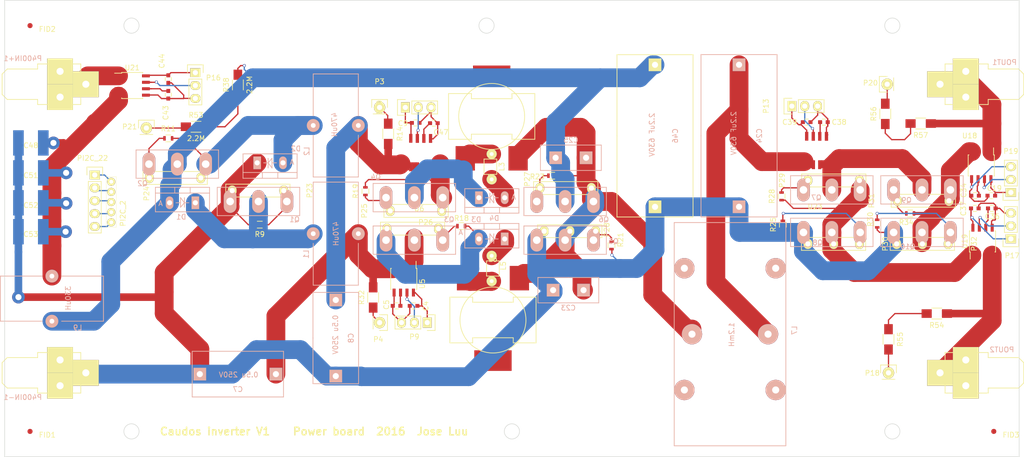
<source format=kicad_pcb>
(kicad_pcb (version 4) (host pcbnew 4.0.1-stable)
  (layers (0 F.Cu signal) (31 B.Cu signal) (34 B.Paste user hide) (35 F.Paste user) (36 B.SilkS user) (37 F.SilkS user hide) (38 B.Mask user) (39 F.Mask user) (44 Edge.Cuts user))
  (net 0 "")
  (net 1 GND_A)
  (net 2 "Net-(C5-Pad1)")
  (net 3 "Net-(C7-Pad1)")
  (net 4 "Net-(C8-Pad1)")
  (net 5 "Net-(C13-Pad1)")
  (net 6 "Net-(C21-Pad1)")
  (net 7 V175)
  (net 8 /B1)
  (net 9 "Net-(C24-Pad1)")
  (net 10 V400+)
  (net 11 "Net-(C32-Pad1)")
  (net 12 "Net-(C36-Pad1)")
  (net 13 "Net-(C38-Pad1)")
  (net 14 "Net-(C43-Pad2)")
  (net 15 "Net-(C47-Pad1)")
  (net 16 "Net-(D1-Pad1)")
  (net 17 "Net-(D3-Pad1)")
  (net 18 "Net-(D4-Pad1)")
  (net 19 "Net-(D4-Pad2)")
  (net 20 "Net-(L3-Pad2)")
  (net 21 "Net-(L5-Pad2)")
  (net 22 "Net-(P400IN+1-Pad1)")
  (net 23 "Net-(POUT1-Pad1)")
  (net 24 "Net-(POUT2-Pad1)")
  (net 25 V225)
  (net 26 "Net-(Q7-Pad2)")
  (net 27 /PA1)
  (net 28 /PA6)
  (net 29 /PB0)
  (net 30 /PB1)
  (net 31 "Net-(C48-Pad2)")
  (net 32 "Net-(C33-Pad1)")
  (net 33 "Net-(C34-Pad2)")
  (net 34 /M_VIN)
  (net 35 "Net-(P23-Pad1)")
  (net 36 "Net-(P24-Pad1)")
  (net 37 GND_12)
  (net 38 "Net-(P25-Pad1)")
  (net 39 "Net-(P26-Pad1)")
  (net 40 "Net-(P27-Pad1)")
  (net 41 "Net-(P28-Pad1)")
  (net 42 "Net-(P29-Pad1)")
  (net 43 "Net-(P30-Pad1)")
  (net 44 "Net-(P31-Pad1)")
  (net 45 "Net-(P32-Pad1)")
  (net 46 GND_D)
  (net 47 VDD3_D)
  (net 48 VCC5_A)
  (net 49 "Net-(P9-Pad2)")
  (net 50 "Net-(P10-Pad2)")
  (net 51 "Net-(P13-Pad2)")
  (net 52 "Net-(P16-Pad2)")
  (net 53 "Net-(P17-Pad2)")
  (net 54 "Net-(P19-Pad2)")
  (net 55 /PB8)
  (net 56 /PB9)
  (net 57 /PB7)
  (net 58 "Net-(R38-Pad1)")
  (net 59 "Net-(R54-Pad2)")
  (net 60 "Net-(R56-Pad1)")
  (module inverter:MLCC_SuperCap_5750_BackCu (layer F.Cu) (at 55.164 78.129)
    (fp_text reference C48 (at 0 0.5) (layer F.SilkS))
    (fp_text value "2.2uF 630V" hide)
    (pad 1 smd rect (at -2.45 0) (size 2.1 5) (layers B.Cu B.Paste B.Mask) (net 37 GND_12))
    (pad 2 smd rect (at 2.45 0) (size 2.1 5) (layers B.Cu B.Paste B.Mask) (net 31 "Net-(C48-Pad2)"))
  )
  (module inverter:MLCC_SuperCap_5750_BackCu (layer F.Cu) (at 55.164 84.029)
    (fp_text reference C51 (at 0 0.5) (layer F.SilkS))
    (fp_text value "1uF 630V" hide)
    (pad 1 smd rect (at -2.45 0) (size 2.1 5) (layers B.Cu B.Paste B.Mask) (net 37 GND_12))
    (pad 2 smd rect (at 2.45 0) (size 2.1 5) (layers B.Cu B.Paste B.Mask) (net 31 "Net-(C48-Pad2)"))
  )
  (module inverter:MLCC_SuperCap_5750_BackCu (layer F.Cu) (at 55.164 89.929)
    (fp_text reference C52 (at 0 0.5) (layer F.SilkS))
    (fp_text value "1uF 630V" hide)
    (pad 1 smd rect (at -2.45 0) (size 2.1 5) (layers B.Cu B.Paste B.Mask) (net 37 GND_12))
    (pad 2 smd rect (at 2.45 0) (size 2.1 5) (layers B.Cu B.Paste B.Mask) (net 31 "Net-(C48-Pad2)"))
  )
  (module inverter:MLCC_SuperCap_5750_BackCu (layer F.Cu) (at 55.164 95.629)
    (fp_text reference C53 (at 0 0.5) (layer F.SilkS))
    (fp_text value "1uF 630V" hide)
    (pad 1 smd rect (at -2.45 0) (size 2.1 5) (layers B.Cu B.Paste B.Mask) (net 37 GND_12))
    (pad 2 smd rect (at 2.45 0) (size 2.1 5) (layers B.Cu B.Paste B.Mask) (net 31 "Net-(C48-Pad2)"))
  )
  (module Resistors_SMD:R_1206_HandSoldering (layer F.Cu) (at 122.644 108.594 90)
    (fp_text reference R32 (at 0 -2.3 90) (layer F.SilkS))
    (fp_text value 2.2M)
    (pad 1 smd rect (at -2 0 90) (size 2 1.7) (layers F.Cu F.Paste F.Mask) (net 28 /PA6))
    (pad 2 smd rect (at 2 0 90) (size 2 1.7) (layers F.Cu F.Paste F.Mask) (net 3 "Net-(C7-Pad1)"))
  )
  (module inverter:ACS712 (layer F.Cu) (at 132.009 80.029)
    (fp_text reference U6 (at -0.29 11.07) (layer F.SilkS))
    (fp_text value ACS712)
    (pad 4 smd rect (at 2.7 2.7) (size 0.85 1.55) (layers F.Cu F.Paste F.Mask) (net 7 V175))
    (pad 4 smd rect (at 1.25 2.7) (size 0.75 1.55) (layers F.Cu F.Paste F.Mask) (net 7 V175))
    (pad 1 smd rect (at -2.7 2.7) (size 0.85 1.55) (layers F.Cu F.Paste F.Mask) (net 4 "Net-(C8-Pad1)"))
    (pad 1 smd rect (at -1.25 2.7) (size 0.85 1.55) (layers F.Cu F.Paste F.Mask) (net 4 "Net-(C8-Pad1)"))
    (pad 1 smd rect (at -1.95 2.8) (size 0.65 1.75) (layers F.Cu F.Paste F.Mask) (net 4 "Net-(C8-Pad1)"))
    (pad 2 smd rect (at -0.63 2.8) (size 0.65 1.75) (layers F.Cu F.Paste F.Mask) (net 4 "Net-(C8-Pad1)"))
    (pad 3 smd rect (at 0.63 2.8) (size 0.65 1.75) (layers F.Cu F.Paste F.Mask) (net 7 V175))
    (pad 4 smd rect (at 1.95 2.8) (size 0.65 1.75) (layers F.Cu F.Paste F.Mask) (net 7 V175))
    (pad 5 smd rect (at 1.95 -2.79) (size 0.65 1.75) (layers F.Cu F.Paste F.Mask) (net 1 GND_A))
    (pad 6 smd rect (at 0.63 -2.79) (size 0.65 1.75) (layers F.Cu F.Paste F.Mask) (net 15 "Net-(C47-Pad1)"))
    (pad 7 smd rect (at -0.65 -2.79) (size 0.65 1.75) (layers F.Cu F.Paste F.Mask) (net 50 "Net-(P10-Pad2)"))
    (pad 8 smd rect (at -1.95 -2.81) (size 0.65 1.75) (layers F.Cu F.Paste F.Mask) (net 48 VCC5_A))
    (pad 1 smd circle (at -3.86 2.2) (size 3 3) (layers F.Cu F.Paste F.Mask) (net 4 "Net-(C8-Pad1)"))
    (pad 4 smd circle (at 3.86 2.2) (size 3 3) (layers F.Cu F.Paste F.Mask) (net 7 V175))
  )
  (module inverter:TOROID_15_44_22 (layer B.Cu) (at 193.002 115.833 270)
    (fp_text reference L7 (at -0.762 -12.7 270) (layer B.SilkS) (effects (justify mirror)))
    (fp_text value 1.2mH (at 0.096 -0.312 270) (layer B.SilkS) (effects (justify mirror)))
    (pad 1 thru_hole circle (at 0 7.5 270) (size 4 4) (drill 1.4) (layers *.Cu *.Mask B.SilkS) (net 8 /B1))
    (pad 2 thru_hole circle (at 0 -7.5 270) (size 4 4) (drill 1.4) (layers *.Cu *.Mask B.SilkS) (net 9 "Net-(C24-Pad1)"))
    (pad 6 thru_hole circle (at -13 9 270) (size 4 4) (drill 1.4) (layers *.Cu *.Mask B.SilkS))
    (pad 7 thru_hole circle (at -13 -9 270) (size 4 4) (drill 1.4) (layers *.Cu *.Mask B.SilkS))
    (pad 8 thru_hole circle (at 11 -9 270) (size 4 4) (drill 1.4) (layers *.Cu *.Mask B.SilkS))
    (pad 9 thru_hole circle (at 11 9 270) (size 4 4) (drill 1.4) (layers *.Cu *.Mask B.SilkS))
  )
  (module Capacitors_SMD:C_0603 (layer F.Cu) (at 134.614 74.229)
    (fp_text reference C47 (at 1.4 1.8) (layer F.SilkS))
    (fp_text value 100n hide)
    (pad 1 smd rect (at -0.75 0) (size 0.8 0.75) (layers F.Cu F.Paste F.Mask) (net 15 "Net-(C47-Pad1)"))
    (pad 2 smd rect (at 0.75 0) (size 0.8 0.75) (layers F.Cu F.Paste F.Mask) (net 1 GND_A))
  )
  (module Capacitors_SMD:C_0603 (layer F.Cu) (at 82.258 65.541 90)
    (fp_text reference C44 (at 3.556 -1.27 90) (layer F.SilkS))
    (fp_text value 100n hide)
    (pad 1 smd rect (at -0.75 0 90) (size 0.8 0.75) (layers F.Cu F.Paste F.Mask) (net 1 GND_A))
    (pad 2 smd rect (at 0.75 0 90) (size 0.8 0.75) (layers F.Cu F.Paste F.Mask) (net 48 VCC5_A))
  )
  (module Capacitors_SMD:C_0603 (layer F.Cu) (at 211.514 74.029)
    (fp_text reference C38 (at 3 0) (layer F.SilkS))
    (fp_text value 100n hide)
    (pad 1 smd rect (at -0.75 0) (size 0.8 0.75) (layers F.Cu F.Paste F.Mask) (net 13 "Net-(C38-Pad1)"))
    (pad 2 smd rect (at 0.75 0) (size 0.8 0.75) (layers F.Cu F.Paste F.Mask) (net 1 GND_A))
  )
  (module inverter:SER20xx-xxxL (layer F.Cu) (at 146.266 113.039 180)
    (fp_text reference L6 (at 0 12 180) (layer F.SilkS))
    (fp_text value 1uH hide)
    (pad 3 smd rect (at 0 -8.001 180) (size 7.366 4.064) (layers F.Cu F.Paste F.Mask))
    (pad 1 smd rect (at -5.207 8.255 180) (size 3.81 4.826) (layers F.Cu F.Paste F.Mask) (net 8 /B1))
    (pad 2 smd rect (at 5.207 8.255 180) (size 3.81 4.826) (layers F.Cu F.Paste F.Mask) (net 21 "Net-(L5-Pad2)"))
  )
  (module inverter:SER20xx-xxxL (layer F.Cu) (at 146.012 72.907)
    (fp_text reference L4 (at 0 12) (layer F.SilkS))
    (fp_text value 1uH hide)
    (pad 3 smd rect (at 0 -8.001) (size 7.366 4.064) (layers F.Cu F.Paste F.Mask))
    (pad 1 smd rect (at -5.207 8.255) (size 3.81 4.826) (layers F.Cu F.Paste F.Mask) (net 20 "Net-(L3-Pad2)"))
    (pad 2 smd rect (at 5.207 8.255) (size 3.81 4.826) (layers F.Cu F.Paste F.Mask) (net 8 /B1))
  )
  (module Transistors_TO-247:TO-247_Vertical_Neutral123 (layer B.Cu) (at 130.772 97.291 180)
    (fp_text reference Q3 (at -6.858 4.064 180) (layer B.SilkS) (effects (justify mirror)))
    (fp_text value C3M0065090D)
    (pad 2 thru_hole oval (at 0 0 90) (size 4.50088 2.49936) (drill 1.50114) (layers *.Cu *.Mask B.SilkS) (net 25 V225))
    (pad 1 thru_hole oval (at -5.588 0 90) (size 4.50088 2.49936) (drill 1.50114) (layers *.Cu *.Mask B.SilkS) (net 39 "Net-(P26-Pad1)"))
    (pad 3 thru_hole oval (at 5.588 0 90) (size 4.50088 2.49936) (drill 1.50114) (layers *.Cu *.Mask B.SilkS) (net 6 "Net-(C21-Pad1)"))
  )
  (module inverter:2100HT-471-V-RC (layer B.Cu) (at 115.278 96.021 270)
    (fp_text reference L1 (at 4.064 5.842 450) (layer B.SilkS) (effects (justify mirror)))
    (fp_text value 470uH (at 0.008 -0.036 270) (layer B.SilkS) (effects (justify mirror)))
    (pad 1 thru_hole circle (at 0 4.445 270) (size 2.54 2.54) (drill 0.9398) (layers *.Cu *.Mask B.SilkS) (net 16 "Net-(D1-Pad1)"))
    (pad 2 thru_hole circle (at 0 -4.445 270) (size 2.54 2.54) (drill 0.9398) (layers *.Cu *.Mask B.SilkS) (net 3 "Net-(C7-Pad1)"))
  )
  (module inverter:2100HT-471-V-RC (layer B.Cu) (at 115.278 74.685 90)
    (fp_text reference L2 (at -5.08 -5.715 90) (layer B.SilkS) (effects (justify mirror)))
    (fp_text value 470uH (at 0.156 -0.264 90) (layer B.SilkS) (effects (justify mirror)))
    (pad 1 thru_hole circle (at 0 4.445 90) (size 2.54 2.54) (drill 0.9398) (layers *.Cu *.Mask B.SilkS) (net 4 "Net-(C8-Pad1)"))
    (pad 2 thru_hole circle (at 0 -4.445 90) (size 2.54 2.54) (drill 0.9398) (layers *.Cu *.Mask B.SilkS) (net 5 "Net-(C13-Pad1)"))
  )
  (module Capacitors_SMD:C_0603 (layer F.Cu) (at 130.614 110.245 180)
    (fp_text reference C4 (at -2.4 -0.034 270) (layer F.SilkS))
    (fp_text value 100n hide)
    (pad 1 smd rect (at -0.75 0 180) (size 0.8 0.75) (layers F.Cu F.Paste F.Mask) (net 48 VCC5_A))
    (pad 2 smd rect (at 0.75 0 180) (size 0.8 0.75) (layers F.Cu F.Paste F.Mask) (net 1 GND_A))
  )
  (module Capacitors_SMD:C_0603 (layer F.Cu) (at 127.265 110.245 180)
    (fp_text reference C5 (at 2.001 0.216 270) (layer F.SilkS))
    (fp_text value 100n hide)
    (pad 1 smd rect (at -0.75 0 180) (size 0.8 0.75) (layers F.Cu F.Paste F.Mask) (net 2 "Net-(C5-Pad1)"))
    (pad 2 smd rect (at 0.75 0 180) (size 0.8 0.75) (layers F.Cu F.Paste F.Mask) (net 1 GND_A))
  )
  (module inverter:C_Rect_L18_W8_P15 (layer B.Cu) (at 95.974 123.707 180)
    (fp_text reference C7 (at 0 -3 180) (layer B.SilkS) (effects (justify mirror)))
    (fp_text value "0.5u 250V" (at -0.14 -0.122 180) (layer B.SilkS) (effects (justify mirror)))
    (pad 1 thru_hole rect (at -7.5 0 180) (size 2.5 2.5) (drill 1.2) (layers *.Cu *.Mask B.SilkS) (net 3 "Net-(C7-Pad1)"))
    (pad 2 thru_hole rect (at 7.5 0 180) (size 2.5 2.5) (drill 1.2) (layers *.Cu *.Mask B.SilkS) (net 37 GND_12))
  )
  (module inverter:C_Rect_L18_W8_P15 (layer B.Cu) (at 115.278 116.595 270)
    (fp_text reference C8 (at 0 -3 270) (layer B.SilkS) (effects (justify mirror)))
    (fp_text value "0.5u 250V" (at -0.666 0.064 270) (layer B.SilkS) (effects (justify mirror)))
    (pad 1 thru_hole rect (at -7.5 0 270) (size 2.5 2.5) (drill 1.2) (layers *.Cu *.Mask B.SilkS) (net 4 "Net-(C8-Pad1)"))
    (pad 2 thru_hole rect (at 7.5 0 270) (size 2.5 2.5) (drill 1.2) (layers *.Cu *.Mask B.SilkS) (net 37 GND_12))
  )
  (module inverter:C_Rect_L12_W5_P6 (layer B.Cu) (at 161.122 107.153 180)
    (fp_text reference C23 (at 0 -3.5 180) (layer B.SilkS) (effects (justify mirror)))
    (fp_text value "1n 1000V")
    (pad 2 thru_hole rect (at 3 0 180) (size 2.5 2.5) (drill 1.2) (layers *.Cu *.Mask B.SilkS) (net 37 GND_12))
    (pad 1 thru_hole rect (at -3 0 180) (size 2.5 2.5) (drill 1.2) (layers *.Cu *.Mask B.SilkS) (net 8 /B1))
  )
  (module inverter:C_Rect_W15_L32_P27.5 (layer B.Cu) (at 194.78 76.717 270)
    (fp_text reference C24 (at 0 -4 270) (layer B.SilkS) (effects (justify mirror)))
    (fp_text value "2.2uF 630V" (at -0.488 1.066 270) (layer B.SilkS) (effects (justify mirror)))
    (pad 2 thru_hole rect (at 14 0 270) (size 2.5 2.5) (drill 1.2) (layers *.Cu *.Mask B.SilkS) (net 37 GND_12))
    (pad 1 thru_hole rect (at -14 0 270) (size 2.5 2.5) (drill 1.2) (layers *.Cu *.Mask B.SilkS) (net 9 "Net-(C24-Pad1)"))
  )
  (module inverter:C_Rect_L12_W5_P6 (layer B.Cu) (at 161.622 81.053)
    (fp_text reference C25 (at 0 -3.5) (layer B.SilkS) (effects (justify mirror)))
    (fp_text value "1n 1000V")
    (pad 2 thru_hole rect (at 3 0) (size 2.5 2.5) (drill 1.2) (layers *.Cu *.Mask B.SilkS) (net 8 /B1))
    (pad 1 thru_hole rect (at -3 0) (size 2.5 2.5) (drill 1.2) (layers *.Cu *.Mask B.SilkS) (net 10 V400+))
  )
  (module Capacitors_SMD:C_0603 (layer F.Cu) (at 241.314 88.529)
    (fp_text reference C34 (at -2.25 -1.05 90) (layer F.SilkS))
    (fp_text value 100n hide)
    (pad 1 smd rect (at -0.75 0) (size 0.8 0.75) (layers F.Cu F.Paste F.Mask) (net 1 GND_A))
    (pad 2 smd rect (at 0.75 0) (size 0.8 0.75) (layers F.Cu F.Paste F.Mask) (net 33 "Net-(C34-Pad2)"))
  )
  (module Capacitors_SMD:C_0603 (layer F.Cu) (at 244.614 91.029)
    (fp_text reference C36 (at 0.1 1.6) (layer F.SilkS))
    (fp_text value 100n hide)
    (pad 1 smd rect (at -0.75 0) (size 0.8 0.75) (layers F.Cu F.Paste F.Mask) (net 12 "Net-(C36-Pad1)"))
    (pad 2 smd rect (at 0.75 0) (size 0.8 0.75) (layers F.Cu F.Paste F.Mask) (net 1 GND_A))
  )
  (module Capacitors_SMD:C_0603 (layer F.Cu) (at 241.262 91.029)
    (fp_text reference C37 (at -2.248 0.05 90) (layer F.SilkS))
    (fp_text value 100n hide)
    (pad 1 smd rect (at -0.75 0) (size 0.8 0.75) (layers F.Cu F.Paste F.Mask) (net 48 VCC5_A))
    (pad 2 smd rect (at 0.75 0) (size 0.8 0.75) (layers F.Cu F.Paste F.Mask) (net 1 GND_A))
  )
  (module Capacitors_SMD:C_0603 (layer F.Cu) (at 82.258 68.629 90)
    (fp_text reference C43 (at -3.556 -0.508 90) (layer F.SilkS))
    (fp_text value 100n hide)
    (pad 1 smd rect (at -0.75 0 90) (size 0.8 0.75) (layers F.Cu F.Paste F.Mask) (net 1 GND_A))
    (pad 2 smd rect (at 0.75 0 90) (size 0.8 0.75) (layers F.Cu F.Paste F.Mask) (net 14 "Net-(C43-Pad2)"))
  )
  (module inverter:BEAD-5 (layer F.Cu) (at 146.012 82.813 90)
    (fp_text reference L3 (at 0 2 90) (layer F.SilkS))
    (fp_text value Bead hide)
    (pad 1 thru_hole circle (at -2.5 0 90) (size 2 2) (drill 0.762) (layers *.Cu *.Mask F.SilkS) (net 19 "Net-(D4-Pad2)"))
    (pad 2 thru_hole circle (at 2.5 0 90) (size 2 2) (drill 0.762) (layers *.Cu *.Mask F.SilkS) (net 20 "Net-(L3-Pad2)"))
  )
  (module inverter:BEAD-5 (layer F.Cu) (at 146.012 102.879 270)
    (fp_text reference L5 (at -0.508 -2.286 270) (layer F.SilkS))
    (fp_text value Bead hide)
    (pad 1 thru_hole circle (at -2.5 0 270) (size 2 2) (drill 0.762) (layers *.Cu *.Mask F.SilkS) (net 17 "Net-(D3-Pad1)"))
    (pad 2 thru_hole circle (at 2.5 0 270) (size 2 2) (drill 0.762) (layers *.Cu *.Mask F.SilkS) (net 21 "Net-(L5-Pad2)"))
  )
  (module inverter:FASTON250_Slanted30-1 (layer F.Cu) (at 66.002 66.557 180)
    (fp_text reference P400IN+1 (at 12.446 5.08 180) (layer B.SilkS) (effects (justify mirror)))
    (fp_text value CONN_1 hide)
    (pad 1 thru_hole rect (at 5.08 -2.54 180) (size 5.08 5.08) (drill 1.397) (layers *.Cu *.Mask F.SilkS) (net 22 "Net-(P400IN+1-Pad1)"))
    (pad 1 thru_hole rect (at 0 0 180) (size 5.08 5.08) (drill 1.397) (layers *.Cu *.Mask F.SilkS) (net 22 "Net-(P400IN+1-Pad1)"))
    (pad 1 thru_hole rect (at 5.08 2.54 180) (size 5.08 5.08) (drill 1.397) (layers *.Cu *.Mask F.SilkS) (net 22 "Net-(P400IN+1-Pad1)"))
  )
  (module inverter:FASTON250_Slanted30-1 (layer F.Cu) (at 66.002 123.453 180)
    (fp_text reference P400IN-1 (at 12.446 -4.826 180) (layer B.SilkS) (effects (justify mirror)))
    (fp_text value CONN_1 hide)
    (pad 1 thru_hole rect (at 5.08 -2.54 180) (size 5.08 5.08) (drill 1.397) (layers *.Cu *.Mask F.SilkS) (net 37 GND_12))
    (pad 1 thru_hole rect (at 0 0 180) (size 5.08 5.08) (drill 1.397) (layers *.Cu *.Mask F.SilkS) (net 37 GND_12))
    (pad 1 thru_hole rect (at 5.08 2.54 180) (size 5.08 5.08) (drill 1.397) (layers *.Cu *.Mask F.SilkS) (net 37 GND_12))
  )
  (module inverter:FASTON250_Slanted30-1 (layer F.Cu) (at 234.404 66.557)
    (fp_text reference POUT1 (at 12.7 -4.318) (layer B.SilkS) (effects (justify mirror)))
    (fp_text value CONN_1 hide)
    (pad 1 thru_hole rect (at 5.08 -2.54) (size 5.08 5.08) (drill 1.397) (layers *.Cu *.Mask F.SilkS) (net 23 "Net-(POUT1-Pad1)"))
    (pad 1 thru_hole rect (at 0 0) (size 5.08 5.08) (drill 1.397) (layers *.Cu *.Mask F.SilkS) (net 23 "Net-(POUT1-Pad1)"))
    (pad 1 thru_hole rect (at 5.08 2.54) (size 5.08 5.08) (drill 1.397) (layers *.Cu *.Mask F.SilkS) (net 23 "Net-(POUT1-Pad1)"))
  )
  (module inverter:FASTON250_Slanted30-1 (layer F.Cu) (at 234.404 123.453)
    (fp_text reference POUT2 (at 12.192 -4.572) (layer B.SilkS) (effects (justify mirror)))
    (fp_text value CONN_1 hide)
    (pad 1 thru_hole rect (at 5.08 -2.54) (size 5.08 5.08) (drill 1.397) (layers *.Cu *.Mask F.SilkS) (net 24 "Net-(POUT2-Pad1)"))
    (pad 1 thru_hole rect (at 0 0) (size 5.08 5.08) (drill 1.397) (layers *.Cu *.Mask F.SilkS) (net 24 "Net-(POUT2-Pad1)"))
    (pad 1 thru_hole rect (at 5.08 2.54) (size 5.08 5.08) (drill 1.397) (layers *.Cu *.Mask F.SilkS) (net 24 "Net-(POUT2-Pad1)"))
  )
  (module Housings_SOIC:SOIC-8_3.9x4.9mm_Pitch1.27mm (layer F.Cu) (at 128.679 104.929 270)
    (fp_text reference U5 (at 0.974 -3.66 270) (layer F.SilkS))
    (fp_text value ACS712 hide)
    (pad 1 smd rect (at -2.7 -1.905 270) (size 1.55 0.6) (layers F.Cu F.Paste F.Mask) (net 25 V225))
    (pad 2 smd rect (at -2.7 -0.635 270) (size 1.55 0.6) (layers F.Cu F.Paste F.Mask) (net 25 V225))
    (pad 3 smd rect (at -2.7 0.635 270) (size 1.55 0.6) (layers F.Cu F.Paste F.Mask) (net 3 "Net-(C7-Pad1)"))
    (pad 4 smd rect (at -2.7 1.905 270) (size 1.55 0.6) (layers F.Cu F.Paste F.Mask) (net 3 "Net-(C7-Pad1)"))
    (pad 5 smd rect (at 2.7 1.905 270) (size 1.55 0.6) (layers F.Cu F.Paste F.Mask) (net 1 GND_A))
    (pad 6 smd rect (at 2.7 0.635 270) (size 1.55 0.6) (layers F.Cu F.Paste F.Mask) (net 2 "Net-(C5-Pad1)"))
    (pad 7 smd rect (at 2.7 -0.635 270) (size 1.55 0.6) (layers F.Cu F.Paste F.Mask) (net 49 "Net-(P9-Pad2)"))
    (pad 8 smd rect (at 2.7 -1.905 270) (size 1.55 0.6) (layers F.Cu F.Paste F.Mask) (net 48 VCC5_A))
  )
  (module Housings_SOIC:SOIC-8_3.9x4.9mm_Pitch1.27mm (layer F.Cu) (at 242.532 82.559 270)
    (fp_text reference U18 (at -5.842 2.286 360) (layer F.SilkS))
    (fp_text value ACS712 hide)
    (pad 1 smd rect (at -2.7 -1.905 270) (size 1.55 0.6) (layers F.Cu F.Paste F.Mask) (net 23 "Net-(POUT1-Pad1)"))
    (pad 2 smd rect (at -2.7 -0.635 270) (size 1.55 0.6) (layers F.Cu F.Paste F.Mask) (net 23 "Net-(POUT1-Pad1)"))
    (pad 3 smd rect (at -2.7 0.635 270) (size 1.55 0.6) (layers F.Cu F.Paste F.Mask) (net 32 "Net-(C33-Pad1)"))
    (pad 4 smd rect (at -2.7 1.905 270) (size 1.55 0.6) (layers F.Cu F.Paste F.Mask) (net 32 "Net-(C33-Pad1)"))
    (pad 5 smd rect (at 2.7 1.905 270) (size 1.55 0.6) (layers F.Cu F.Paste F.Mask) (net 1 GND_A))
    (pad 6 smd rect (at 2.7 0.635 270) (size 1.55 0.6) (layers F.Cu F.Paste F.Mask) (net 33 "Net-(C34-Pad2)"))
    (pad 7 smd rect (at 2.7 -0.635 270) (size 1.55 0.6) (layers F.Cu F.Paste F.Mask) (net 54 "Net-(P19-Pad2)"))
    (pad 8 smd rect (at 2.7 -1.905 270) (size 1.55 0.6) (layers F.Cu F.Paste F.Mask) (net 48 VCC5_A))
  )
  (module Housings_SOIC:SOIC-8_3.9x4.9mm_Pitch1.27mm (layer F.Cu) (at 242.786 97.545 90)
    (fp_text reference U19 (at 0 -3.5 90) (layer F.SilkS))
    (fp_text value ACS712 hide)
    (pad 1 smd rect (at -2.7 -1.905 90) (size 1.55 0.6) (layers F.Cu F.Paste F.Mask) (net 11 "Net-(C32-Pad1)"))
    (pad 2 smd rect (at -2.7 -0.635 90) (size 1.55 0.6) (layers F.Cu F.Paste F.Mask) (net 11 "Net-(C32-Pad1)"))
    (pad 3 smd rect (at -2.7 0.635 90) (size 1.55 0.6) (layers F.Cu F.Paste F.Mask) (net 24 "Net-(POUT2-Pad1)"))
    (pad 4 smd rect (at -2.7 1.905 90) (size 1.55 0.6) (layers F.Cu F.Paste F.Mask) (net 24 "Net-(POUT2-Pad1)"))
    (pad 5 smd rect (at 2.7 1.905 90) (size 1.55 0.6) (layers F.Cu F.Paste F.Mask) (net 1 GND_A))
    (pad 6 smd rect (at 2.7 0.635 90) (size 1.55 0.6) (layers F.Cu F.Paste F.Mask) (net 12 "Net-(C36-Pad1)"))
    (pad 7 smd rect (at 2.7 -0.635 90) (size 1.55 0.6) (layers F.Cu F.Paste F.Mask) (net 53 "Net-(P17-Pad2)"))
    (pad 8 smd rect (at 2.7 -1.905 90) (size 1.55 0.6) (layers F.Cu F.Paste F.Mask) (net 48 VCC5_A))
  )
  (module Housings_SOIC:SOIC-8_3.9x4.9mm_Pitch1.27mm (layer F.Cu) (at 75.146 66.811)
    (fp_text reference U21 (at 0 -3.5) (layer F.SilkS))
    (fp_text value ACS712 hide)
    (pad 1 smd rect (at -2.7 -1.905) (size 1.55 0.6) (layers F.Cu F.Paste F.Mask) (net 22 "Net-(P400IN+1-Pad1)"))
    (pad 2 smd rect (at -2.7 -0.635) (size 1.55 0.6) (layers F.Cu F.Paste F.Mask) (net 22 "Net-(P400IN+1-Pad1)"))
    (pad 3 smd rect (at -2.7 0.635) (size 1.55 0.6) (layers F.Cu F.Paste F.Mask) (net 31 "Net-(C48-Pad2)"))
    (pad 4 smd rect (at -2.7 1.905) (size 1.55 0.6) (layers F.Cu F.Paste F.Mask) (net 31 "Net-(C48-Pad2)"))
    (pad 5 smd rect (at 2.7 1.905) (size 1.55 0.6) (layers F.Cu F.Paste F.Mask) (net 1 GND_A))
    (pad 6 smd rect (at 2.7 0.635) (size 1.55 0.6) (layers F.Cu F.Paste F.Mask) (net 14 "Net-(C43-Pad2)"))
    (pad 7 smd rect (at 2.7 -0.635) (size 1.55 0.6) (layers F.Cu F.Paste F.Mask) (net 52 "Net-(P16-Pad2)"))
    (pad 8 smd rect (at 2.7 -1.905) (size 1.55 0.6) (layers F.Cu F.Paste F.Mask) (net 48 VCC5_A))
  )
  (module Capacitors_SMD:C_0603 (layer F.Cu) (at 131.026 74.177)
    (fp_text reference C9 (at -2.512 0.102) (layer F.SilkS))
    (fp_text value 100n hide)
    (pad 1 smd rect (at -0.75 0) (size 0.8 0.75) (layers F.Cu F.Paste F.Mask) (net 48 VCC5_A))
    (pad 2 smd rect (at 0.75 0) (size 0.8 0.75) (layers F.Cu F.Paste F.Mask) (net 1 GND_A))
  )
  (module Capacitors_SMD:C_0603 (layer F.Cu) (at 208.114 74.029)
    (fp_text reference C39 (at -3.35 0) (layer F.SilkS))
    (fp_text value 100n hide)
    (pad 1 smd rect (at -0.75 0) (size 0.8 0.75) (layers F.Cu F.Paste F.Mask) (net 48 VCC5_A))
    (pad 2 smd rect (at 0.75 0) (size 0.8 0.75) (layers F.Cu F.Paste F.Mask) (net 1 GND_A))
  )
  (module inverter:2100HT-471-V-RC (layer B.Cu) (at 59.314 108.829 180)
    (fp_text reference L9 (at -5.08 -5.715 180) (layer B.SilkS) (effects (justify mirror)))
    (fp_text value 330uH (at -3.2 0.1 270) (layer B.SilkS) (effects (justify mirror)))
    (pad 1 thru_hole circle (at 0 4.445 180) (size 2.54 2.54) (drill 0.9398) (layers *.Cu *.Mask B.SilkS) (net 31 "Net-(C48-Pad2)"))
    (pad 2 thru_hole circle (at 0 -4.445 180) (size 2.54 2.54) (drill 0.9398) (layers *.Cu *.Mask B.SilkS) (net 10 V400+))
  )
  (module Diodes_ThroughHole:Diode_TO-220_Vertical (layer B.Cu) (at 87.592 89.925 180)
    (fp_text reference D1 (at 2.794 -2.794 180) (layer B.SilkS) (effects (justify mirror)))
    (fp_text value C3D06060A)
    (fp_text user A (at 6.858 -0.127 180) (layer B.SilkS) (effects (justify mirror)))
    (pad 1 thru_hole rect (at 0 0 90) (size 2.49936 1.50114) (drill 1.00076) (layers *.Cu *.Mask B.SilkS) (net 16 "Net-(D1-Pad1)"))
    (pad 2 thru_hole oval (at 5.08 0 90) (size 2.49936 1.50114) (drill 1.00076) (layers *.Cu *.Mask B.SilkS) (net 10 V400+))
  )
  (module Diodes_ThroughHole:Diode_TO-220_Vertical (layer B.Cu) (at 99.784 82.051)
    (fp_text reference D2 (at 7.62 -2.794) (layer B.SilkS) (effects (justify mirror)))
    (fp_text value C3D06060A)
    (fp_text user A (at 6.858 -0.127) (layer B.SilkS) (effects (justify mirror)))
    (pad 1 thru_hole rect (at 0 0 270) (size 2.49936 1.50114) (drill 1.00076) (layers *.Cu *.Mask B.SilkS) (net 37 GND_12))
    (pad 2 thru_hole oval (at 5.08 0 270) (size 2.49936 1.50114) (drill 1.00076) (layers *.Cu *.Mask B.SilkS) (net 5 "Net-(C13-Pad1)"))
  )
  (module Diodes_ThroughHole:Diode_TO-220_Vertical (layer B.Cu) (at 148.58 97.057 180)
    (fp_text reference D3 (at 5.616 3.83 180) (layer B.SilkS) (effects (justify mirror)))
    (fp_text value C3D06060A)
    (fp_text user A (at 8.664 1.29 180) (layer B.SilkS) (effects (justify mirror)))
    (pad 1 thru_hole rect (at 0 0 90) (size 2.49936 1.50114) (drill 1.00076) (layers *.Cu *.Mask B.SilkS) (net 17 "Net-(D3-Pad1)"))
    (pad 2 thru_hole oval (at 5.08 0 90) (size 2.49936 1.50114) (drill 1.00076) (layers *.Cu *.Mask B.SilkS) (net 6 "Net-(C21-Pad1)"))
  )
  (module Diodes_ThroughHole:Diode_TO-220_Vertical (layer B.Cu) (at 143.5 88.929)
    (fp_text reference D4 (at 3.02 4.044) (layer B.SilkS) (effects (justify mirror)))
    (fp_text value C3D06060A)
    (fp_text user A (at 6.858 -0.127) (layer B.SilkS) (effects (justify mirror)))
    (pad 1 thru_hole rect (at 0 0 270) (size 2.49936 1.50114) (drill 1.00076) (layers *.Cu *.Mask B.SilkS) (net 18 "Net-(D4-Pad1)"))
    (pad 2 thru_hole oval (at 5.08 0 270) (size 2.49936 1.50114) (drill 1.00076) (layers *.Cu *.Mask B.SilkS) (net 19 "Net-(D4-Pad2)"))
  )
  (module Transistors_TO-247:TO-247_Vertical_Neutral123 (layer B.Cu) (at 100.038 89.671 180)
    (fp_text reference Q1 (at -7.112 -3.556 180) (layer B.SilkS) (effects (justify mirror)))
    (fp_text value C3M0065090D)
    (pad 2 thru_hole oval (at 0 0 90) (size 4.50088 2.49936) (drill 1.50114) (layers *.Cu *.Mask B.SilkS) (net 16 "Net-(D1-Pad1)"))
    (pad 1 thru_hole oval (at -5.588 0 90) (size 4.50088 2.49936) (drill 1.50114) (layers *.Cu *.Mask B.SilkS) (net 35 "Net-(P23-Pad1)"))
    (pad 3 thru_hole oval (at 5.588 0 90) (size 4.50088 2.49936) (drill 1.50114) (layers *.Cu *.Mask B.SilkS) (net 37 GND_12))
  )
  (module Transistors_TO-247:TO-247_Vertical_Neutral123 (layer B.Cu) (at 84.036 82.305)
    (fp_text reference Q2 (at -6.858 3.81) (layer B.SilkS) (effects (justify mirror)))
    (fp_text value C3M0065090D)
    (pad 2 thru_hole oval (at 0 0 270) (size 4.50088 2.49936) (drill 1.50114) (layers *.Cu *.Mask B.SilkS) (net 10 V400+))
    (pad 1 thru_hole oval (at -5.588 0 270) (size 4.50088 2.49936) (drill 1.50114) (layers *.Cu *.Mask B.SilkS) (net 36 "Net-(P24-Pad1)"))
    (pad 3 thru_hole oval (at 5.588 0 270) (size 4.50088 2.49936) (drill 1.50114) (layers *.Cu *.Mask B.SilkS) (net 5 "Net-(C13-Pad1)"))
  )
  (module Transistors_TO-247:TO-247_Vertical_Neutral123 (layer B.Cu) (at 130.772 88.909)
    (fp_text reference Q4 (at -7.62 -4.064) (layer B.SilkS) (effects (justify mirror)))
    (fp_text value C3M0065090D)
    (pad 2 thru_hole oval (at 0 0 270) (size 4.50088 2.49936) (drill 1.50114) (layers *.Cu *.Mask B.SilkS) (net 18 "Net-(D4-Pad1)"))
    (pad 1 thru_hole oval (at -5.588 0 270) (size 4.50088 2.49936) (drill 1.50114) (layers *.Cu *.Mask B.SilkS) (net 38 "Net-(P25-Pad1)"))
    (pad 3 thru_hole oval (at 5.588 0 270) (size 4.50088 2.49936) (drill 1.50114) (layers *.Cu *.Mask B.SilkS) (net 7 V175))
  )
  (module Transistors_TO-247:TO-247_Vertical_Neutral123 (layer B.Cu) (at 160.49 97.291 180)
    (fp_text reference Q5 (at -9.524 -0.238 180) (layer B.SilkS) (effects (justify mirror)))
    (fp_text value C3M0065090D)
    (pad 2 thru_hole oval (at 0 0 90) (size 4.50088 2.49936) (drill 1.50114) (layers *.Cu *.Mask B.SilkS) (net 8 /B1))
    (pad 1 thru_hole oval (at -5.588 0 90) (size 4.50088 2.49936) (drill 1.50114) (layers *.Cu *.Mask B.SilkS) (net 41 "Net-(P28-Pad1)"))
    (pad 3 thru_hole oval (at 5.588 0 90) (size 4.50088 2.49936) (drill 1.50114) (layers *.Cu *.Mask B.SilkS) (net 37 GND_12))
  )
  (module Transistors_TO-247:TO-247_Vertical_Neutral123 (layer B.Cu) (at 160.49 89.671)
    (fp_text reference Q6 (at 7.62 3.556) (layer B.SilkS) (effects (justify mirror)))
    (fp_text value C3M0065090D)
    (pad 2 thru_hole oval (at 0 0 270) (size 4.50088 2.49936) (drill 1.50114) (layers *.Cu *.Mask B.SilkS) (net 10 V400+))
    (pad 1 thru_hole oval (at -5.588 0 270) (size 4.50088 2.49936) (drill 1.50114) (layers *.Cu *.Mask B.SilkS) (net 40 "Net-(P27-Pad1)"))
    (pad 3 thru_hole oval (at 5.588 0 270) (size 4.50088 2.49936) (drill 1.50114) (layers *.Cu *.Mask B.SilkS) (net 8 /B1))
  )
  (module Transistors_TO-247:TO-247_Vertical_Neutral123 (layer B.Cu) (at 213.068 87.385)
    (fp_text reference Q7 (at -3.048 1.524) (layer B.SilkS) (effects (justify mirror)))
    (fp_text value IPW6045CP)
    (pad 2 thru_hole oval (at 0 0 270) (size 4.50088 2.49936) (drill 1.50114) (layers *.Cu *.Mask B.SilkS) (net 26 "Net-(Q7-Pad2)"))
    (pad 1 thru_hole oval (at -5.588 0 270) (size 4.50088 2.49936) (drill 1.50114) (layers *.Cu *.Mask B.SilkS) (net 42 "Net-(P29-Pad1)"))
    (pad 3 thru_hole oval (at 5.588 0 270) (size 4.50088 2.49936) (drill 1.50114) (layers *.Cu *.Mask B.SilkS) (net 11 "Net-(C32-Pad1)"))
  )
  (module Transistors_TO-247:TO-247_Vertical_Neutral123 (layer B.Cu) (at 213.068 95.767 180)
    (fp_text reference Q8 (at 2.794 -2.032 180) (layer B.SilkS) (effects (justify mirror)))
    (fp_text value IPW6045CP)
    (pad 2 thru_hole oval (at 0 0 90) (size 4.50088 2.49936) (drill 1.50114) (layers *.Cu *.Mask B.SilkS) (net 11 "Net-(C32-Pad1)"))
    (pad 1 thru_hole oval (at -5.588 0 90) (size 4.50088 2.49936) (drill 1.50114) (layers *.Cu *.Mask B.SilkS) (net 43 "Net-(P30-Pad1)"))
    (pad 3 thru_hole oval (at 5.588 0 90) (size 4.50088 2.49936) (drill 1.50114) (layers *.Cu *.Mask B.SilkS) (net 37 GND_12))
  )
  (module Transistors_TO-247:TO-247_Vertical_Neutral123 (layer B.Cu) (at 230.848 87.385)
    (fp_text reference Q9 (at -3.048 2.032) (layer B.SilkS) (effects (justify mirror)))
    (fp_text value IPW6045CP)
    (pad 2 thru_hole oval (at 0 0 270) (size 4.50088 2.49936) (drill 1.50114) (layers *.Cu *.Mask B.SilkS) (net 26 "Net-(Q7-Pad2)"))
    (pad 1 thru_hole oval (at -5.588 0 270) (size 4.50088 2.49936) (drill 1.50114) (layers *.Cu *.Mask B.SilkS) (net 44 "Net-(P31-Pad1)"))
    (pad 3 thru_hole oval (at 5.588 0 270) (size 4.50088 2.49936) (drill 1.50114) (layers *.Cu *.Mask B.SilkS) (net 32 "Net-(C33-Pad1)"))
  )
  (module Transistors_TO-247:TO-247_Vertical_Neutral123 (layer B.Cu) (at 230.848 95.767 180)
    (fp_text reference Q10 (at 2.794 -2.794 180) (layer B.SilkS) (effects (justify mirror)))
    (fp_text value IPW6045CP)
    (pad 2 thru_hole oval (at 0 0 90) (size 4.50088 2.49936) (drill 1.50114) (layers *.Cu *.Mask B.SilkS) (net 32 "Net-(C33-Pad1)"))
    (pad 1 thru_hole oval (at -5.588 0 90) (size 4.50088 2.49936) (drill 1.50114) (layers *.Cu *.Mask B.SilkS) (net 45 "Net-(P32-Pad1)"))
    (pad 3 thru_hole oval (at 5.588 0 90) (size 4.50088 2.49936) (drill 1.50114) (layers *.Cu *.Mask B.SilkS) (net 37 GND_12))
  )
  (module Socket_Strips:Socket_Strip_Straight_1x01 (layer F.Cu) (at 123.914 113.547 180)
    (fp_text reference P4 (at 0.254 -3.302 180) (layer F.SilkS))
    (fp_text value CONN_01X01 hide)
    (pad 1 thru_hole circle (at 0 0 180) (size 2.2352 2.2352) (drill 1.016) (layers *.Cu *.Mask F.SilkS) (net 28 /PA6))
  )
  (module Pin_Headers:Pin_Header_Straight_1x03 (layer F.Cu) (at 133.312 113.547 270)
    (fp_text reference P9 (at 2.794 2.54 360) (layer F.SilkS))
    (fp_text value CONN_01X03 hide)
    (pad 1 thru_hole rect (at 0 0 270) (size 2.032 1.7272) (drill 1.016) (layers *.Cu *.Mask F.SilkS) (net 48 VCC5_A))
    (pad 2 thru_hole oval (at 0 2.54 270) (size 2.032 1.7272) (drill 1.016) (layers *.Cu *.Mask F.SilkS) (net 49 "Net-(P9-Pad2)"))
    (pad 3 thru_hole oval (at 0 5.08 270) (size 2.032 1.7272) (drill 1.016) (layers *.Cu *.Mask F.SilkS) (net 1 GND_A))
  )
  (module Pin_Headers:Pin_Header_Straight_1x03 (layer F.Cu) (at 128.994 71.129 90)
    (fp_text reference P10 (at 0 -5.1 90) (layer F.SilkS))
    (fp_text value CONN_01X03 hide)
    (pad 1 thru_hole rect (at 0 0 90) (size 2.032 1.7272) (drill 1.016) (layers *.Cu *.Mask F.SilkS) (net 48 VCC5_A))
    (pad 2 thru_hole oval (at 0 2.54 90) (size 2.032 1.7272) (drill 1.016) (layers *.Cu *.Mask F.SilkS) (net 50 "Net-(P10-Pad2)"))
    (pad 3 thru_hole oval (at 0 5.08 90) (size 2.032 1.7272) (drill 1.016) (layers *.Cu *.Mask F.SilkS) (net 1 GND_A))
  )
  (module Pin_Headers:Pin_Header_Straight_1x03 (layer F.Cu) (at 205.194 70.875 90)
    (fp_text reference P13 (at 0 -5.1 90) (layer F.SilkS))
    (fp_text value CONN_01X03 hide)
    (pad 1 thru_hole rect (at 0 0 90) (size 2.032 1.7272) (drill 1.016) (layers *.Cu *.Mask F.SilkS) (net 48 VCC5_A))
    (pad 2 thru_hole oval (at 0 2.54 90) (size 2.032 1.7272) (drill 1.016) (layers *.Cu *.Mask F.SilkS) (net 51 "Net-(P13-Pad2)"))
    (pad 3 thru_hole oval (at 0 5.08 90) (size 2.032 1.7272) (drill 1.016) (layers *.Cu *.Mask F.SilkS) (net 1 GND_A))
  )
  (module Pin_Headers:Pin_Header_Straight_1x03 (layer F.Cu) (at 87.592 64.271)
    (fp_text reference P16 (at 3.556 1.016) (layer F.SilkS))
    (fp_text value CONN_01X03 hide)
    (pad 1 thru_hole rect (at 0 0) (size 2.032 1.7272) (drill 1.016) (layers *.Cu *.Mask F.SilkS) (net 48 VCC5_A))
    (pad 2 thru_hole oval (at 0 2.54) (size 2.032 1.7272) (drill 1.016) (layers *.Cu *.Mask F.SilkS) (net 52 "Net-(P16-Pad2)"))
    (pad 3 thru_hole oval (at 0 5.08) (size 2.032 1.7272) (drill 1.016) (layers *.Cu *.Mask F.SilkS) (net 1 GND_A))
  )
  (module Pin_Headers:Pin_Header_Straight_1x03 (layer F.Cu) (at 248.374 97.037 180)
    (fp_text reference P17 (at -0.254 -3.302 180) (layer F.SilkS))
    (fp_text value CONN_01X03 hide)
    (pad 1 thru_hole rect (at 0 0 180) (size 2.032 1.7272) (drill 1.016) (layers *.Cu *.Mask F.SilkS) (net 48 VCC5_A))
    (pad 2 thru_hole oval (at 0 2.54 180) (size 2.032 1.7272) (drill 1.016) (layers *.Cu *.Mask F.SilkS) (net 53 "Net-(P17-Pad2)"))
    (pad 3 thru_hole oval (at 0 5.08 180) (size 2.032 1.7272) (drill 1.016) (layers *.Cu *.Mask F.SilkS) (net 1 GND_A))
  )
  (module Pin_Headers:Pin_Header_Straight_1x01 (layer F.Cu) (at 224.244 123.453)
    (fp_text reference P18 (at -3.19 0.04) (layer F.SilkS))
    (fp_text value CONN_01X01 hide)
    (pad 1 thru_hole circle (at 0 0) (size 2.2352 2.2352) (drill 1.016) (layers *.Cu *.Mask F.SilkS) (net 30 /PB1))
  )
  (module Pin_Headers:Pin_Header_Straight_1x03 (layer F.Cu) (at 248.374 87.893 180)
    (fp_text reference P19 (at 0 8.128 180) (layer F.SilkS))
    (fp_text value CONN_01X03 hide)
    (pad 1 thru_hole rect (at 0 0 180) (size 2.032 1.7272) (drill 1.016) (layers *.Cu *.Mask F.SilkS) (net 48 VCC5_A))
    (pad 2 thru_hole oval (at 0 2.54 180) (size 2.032 1.7272) (drill 1.016) (layers *.Cu *.Mask F.SilkS) (net 54 "Net-(P19-Pad2)"))
    (pad 3 thru_hole oval (at 0 5.08 180) (size 2.032 1.7272) (drill 1.016) (layers *.Cu *.Mask F.SilkS) (net 1 GND_A))
  )
  (module Socket_Strips:Socket_Strip_Straight_1x01 (layer F.Cu) (at 223.99 66.557)
    (fp_text reference P20 (at -3.302 -0.254) (layer F.SilkS))
    (fp_text value CONN_01X01 hide)
    (pad 1 thru_hole circle (at 0 0) (size 2.2352 2.2352) (drill 1.016) (layers *.Cu *.Mask F.SilkS) (net 29 /PB0))
  )
  (module Pin_Headers:Pin_Header_Straight_1x01 (layer F.Cu) (at 77.94 75.193)
    (fp_text reference P21 (at -3.302 -0.254) (layer F.SilkS))
    (fp_text value CONN_01X01 hide)
    (pad 1 thru_hole circle (at 0 0) (size 2.2352 2.2352) (drill 1.016) (layers *.Cu *.Mask F.SilkS) (net 34 /M_VIN))
  )
  (module Capacitors_SMD:C_0603 (layer F.Cu) (at 244.514 88.529)
    (fp_text reference C19 (at 0.6 -1.45) (layer F.SilkS))
    (fp_text value 100n hide)
    (pad 1 smd rect (at -0.75 0) (size 0.8 0.75) (layers F.Cu F.Paste F.Mask) (net 1 GND_A))
    (pad 2 smd rect (at 0.75 0) (size 0.8 0.75) (layers F.Cu F.Paste F.Mask) (net 48 VCC5_A))
  )
  (module inverter:Pin_Header_Straight_1x02_round (layer F.Cu) (at 78.514 85.029 90)
    (fp_text reference P24 (at -3.09 -0.54 90) (layer F.SilkS))
    (fp_text value CONN_01X02 hide)
    (pad 1 thru_hole oval (at 0 0 90) (size 2.032 1.7272) (drill 1.016) (layers *.Cu *.Mask F.SilkS) (net 36 "Net-(P24-Pad1)"))
    (pad 2 thru_hole oval (at 0 10.16 90) (size 2.032 1.7272) (drill 1.016) (layers *.Cu *.Mask F.SilkS) (net 5 "Net-(C13-Pad1)"))
  )
  (module inverter:Pin_Header_Straight_1x02_round (layer F.Cu) (at 105.014 87.529 270)
    (fp_text reference P23 (at 0 -5.1 270) (layer F.SilkS))
    (fp_text value CONN_01X02 hide)
    (pad 1 thru_hole oval (at 0 0 270) (size 2.032 1.7272) (drill 1.016) (layers *.Cu *.Mask F.SilkS) (net 35 "Net-(P23-Pad1)"))
    (pad 2 thru_hole oval (at 0 10.16 270) (size 2.032 1.7272) (drill 1.016) (layers *.Cu *.Mask F.SilkS) (net 37 GND_12))
  )
  (module inverter:Pin_Header_Straight_1x02_round (layer F.Cu) (at 126.014 91.529 90)
    (fp_text reference P25 (at 0 -5.1 90) (layer F.SilkS))
    (fp_text value CONN_01X02 hide)
    (pad 1 thru_hole oval (at 0 0 90) (size 2.032 1.7272) (drill 1.016) (layers *.Cu *.Mask F.SilkS) (net 38 "Net-(P25-Pad1)"))
    (pad 2 thru_hole oval (at 0 10.16 90) (size 2.032 1.7272) (drill 1.016) (layers *.Cu *.Mask F.SilkS) (net 7 V175))
  )
  (module inverter:Pin_Header_Straight_1x02_round (layer F.Cu) (at 135.514 95.029 270)
    (fp_text reference P26 (at -1.25 2.5 360) (layer F.SilkS))
    (fp_text value CONN_01X02 hide)
    (pad 1 thru_hole oval (at 0 0 270) (size 2.032 1.7272) (drill 1.016) (layers *.Cu *.Mask F.SilkS) (net 39 "Net-(P26-Pad1)"))
    (pad 2 thru_hole oval (at 0 10.16 270) (size 2.032 1.7272) (drill 1.016) (layers *.Cu *.Mask F.SilkS) (net 6 "Net-(C21-Pad1)"))
  )
  (module inverter:Pin_Header_Straight_1x02_round (layer F.Cu) (at 155.514 87.029 90)
    (fp_text reference P27 (at 1.75 -2.5 90) (layer F.SilkS))
    (fp_text value CONN_01X02 hide)
    (pad 1 thru_hole oval (at 0 0 90) (size 2.032 1.7272) (drill 1.016) (layers *.Cu *.Mask F.SilkS) (net 40 "Net-(P27-Pad1)"))
    (pad 2 thru_hole oval (at 0 10.16 90) (size 2.032 1.7272) (drill 1.016) (layers *.Cu *.Mask F.SilkS) (net 8 /B1))
  )
  (module inverter:Pin_Header_Straight_1x03_round (layer F.Cu) (at 166.514 95.529 270)
    (fp_text reference P28 (at -0.25 -2.2 270) (layer F.SilkS))
    (fp_text value CONN_01X03 hide)
    (pad 1 thru_hole oval (at 0 0 270) (size 2.032 1.7272) (drill 1.016) (layers *.Cu *.Mask F.SilkS) (net 41 "Net-(P28-Pad1)"))
    (pad 2 thru_hole oval (at 0 5.08 270) (size 2.032 1.7272) (drill 1.016) (layers *.Cu *.Mask F.SilkS) (net 8 /B1))
    (pad 3 thru_hole oval (at 0 10.16 270) (size 2.032 1.7272) (drill 1.016) (layers *.Cu *.Mask F.SilkS) (net 37 GND_12))
  )
  (module inverter:Pin_Header_Straight_1x02_round (layer F.Cu) (at 208.354 85.529 90)
    (fp_text reference P29 (at 0 -5.1 90) (layer F.SilkS))
    (fp_text value CONN_01X02 hide)
    (pad 1 thru_hole oval (at 0 0 90) (size 2.032 1.7272) (drill 1.016) (layers *.Cu *.Mask F.SilkS) (net 42 "Net-(P29-Pad1)"))
    (pad 2 thru_hole oval (at 0 10.16 90) (size 2.032 1.7272) (drill 1.016) (layers *.Cu *.Mask F.SilkS) (net 11 "Net-(C32-Pad1)"))
  )
  (module inverter:Pin_Header_Straight_1x03_round (layer F.Cu) (at 218.514 98.029 270)
    (fp_text reference P30 (at 0 -5.1 270) (layer F.SilkS))
    (fp_text value CONN_01X03 hide)
    (pad 1 thru_hole oval (at 0 0 270) (size 2.032 1.7272) (drill 1.016) (layers *.Cu *.Mask F.SilkS) (net 43 "Net-(P30-Pad1)"))
    (pad 2 thru_hole oval (at 0 5.08 270) (size 2.032 1.7272) (drill 1.016) (layers *.Cu *.Mask F.SilkS) (net 11 "Net-(C32-Pad1)"))
    (pad 3 thru_hole oval (at 0 10.16 270) (size 2.032 1.7272) (drill 1.016) (layers *.Cu *.Mask F.SilkS) (net 37 GND_12))
  )
  (module inverter:Pin_Header_Straight_1x02_round (layer F.Cu) (at 226.014 89.529 90)
    (fp_text reference P31 (at 0 -5.1 90) (layer F.SilkS))
    (fp_text value CONN_01X02 hide)
    (pad 1 thru_hole oval (at 0 0 90) (size 2.032 1.7272) (drill 1.016) (layers *.Cu *.Mask F.SilkS) (net 44 "Net-(P31-Pad1)"))
    (pad 2 thru_hole oval (at 0 10.16 90) (size 2.032 1.7272) (drill 1.016) (layers *.Cu *.Mask F.SilkS) (net 32 "Net-(C33-Pad1)"))
  )
  (module inverter:Pin_Header_Straight_1x03_round (layer F.Cu) (at 236.014 98.029 270)
    (fp_text reference P32 (at 0 -5.1 270) (layer F.SilkS))
    (fp_text value CONN_01X03 hide)
    (pad 1 thru_hole oval (at 0 0 270) (size 2.032 1.7272) (drill 1.016) (layers *.Cu *.Mask F.SilkS) (net 45 "Net-(P32-Pad1)"))
    (pad 2 thru_hole oval (at 0 5.08 270) (size 2.032 1.7272) (drill 1.016) (layers *.Cu *.Mask F.SilkS) (net 32 "Net-(C33-Pad1)"))
    (pad 3 thru_hole oval (at 0 10.16 270) (size 2.032 1.7272) (drill 1.016) (layers *.Cu *.Mask F.SilkS) (net 37 GND_12))
  )
  (module Resistors_SMD:R_0603 (layer F.Cu) (at 100.292 94.243 180)
    (fp_text reference R9 (at 0 -1.9 180) (layer F.SilkS))
    (fp_text value 1k hide)
    (pad 1 smd rect (at -0.75 0 180) (size 0.5 0.9) (layers F.Cu F.Paste F.Mask) (net 35 "Net-(P23-Pad1)"))
    (pad 2 smd rect (at 0.75 0 180) (size 0.5 0.9) (layers F.Cu F.Paste F.Mask) (net 37 GND_12))
  )
  (module Resistors_SMD:R_0603 (layer F.Cu) (at 82.258 77.225)
    (fp_text reference R11 (at 0 -1.9) (layer F.SilkS))
    (fp_text value 1k hide)
    (pad 1 smd rect (at -0.75 0) (size 0.5 0.9) (layers F.Cu F.Paste F.Mask) (net 36 "Net-(P24-Pad1)"))
    (pad 2 smd rect (at 0.75 0) (size 0.5 0.9) (layers F.Cu F.Paste F.Mask) (net 5 "Net-(C13-Pad1)"))
  )
  (module Resistors_SMD:R_0603 (layer F.Cu) (at 140.014 94.529 180)
    (fp_text reference R18 (at -0.05 1.55 180) (layer F.SilkS))
    (fp_text value 1k hide)
    (pad 1 smd rect (at -0.75 0 180) (size 0.5 0.9) (layers F.Cu F.Paste F.Mask) (net 6 "Net-(C21-Pad1)"))
    (pad 2 smd rect (at 0.75 0 180) (size 0.5 0.9) (layers F.Cu F.Paste F.Mask) (net 39 "Net-(P26-Pad1)"))
  )
  (module Resistors_SMD:R_0603 (layer F.Cu) (at 121.12 87.639 90)
    (fp_text reference R19 (at 0 -1.9 90) (layer F.SilkS))
    (fp_text value 1k hide)
    (pad 1 smd rect (at -0.75 0 90) (size 0.5 0.9) (layers F.Cu F.Paste F.Mask) (net 38 "Net-(P25-Pad1)"))
    (pad 2 smd rect (at 0.75 0 90) (size 0.5 0.9) (layers F.Cu F.Paste F.Mask) (net 7 V175))
  )
  (module Resistors_SMD:R_0603 (layer F.Cu) (at 169.634 98.307 90)
    (fp_text reference R21 (at 1.078 1.78 90) (layer F.SilkS))
    (fp_text value 1k hide)
    (pad 1 smd rect (at -0.75 0 90) (size 0.5 0.9) (layers F.Cu F.Paste F.Mask) (net 37 GND_12))
    (pad 2 smd rect (at 0.75 0 90) (size 0.5 0.9) (layers F.Cu F.Paste F.Mask) (net 41 "Net-(P28-Pad1)"))
  )
  (module Resistors_SMD:R_0603 (layer F.Cu) (at 157.95 84.591 180)
    (fp_text reference R23 (at 2.936 -0.188 180) (layer F.SilkS))
    (fp_text value 1k hide)
    (pad 1 smd rect (at -0.75 0 180) (size 0.5 0.9) (layers F.Cu F.Paste F.Mask) (net 8 /B1))
    (pad 2 smd rect (at 0.75 0 180) (size 0.5 0.9) (layers F.Cu F.Paste F.Mask) (net 40 "Net-(P27-Pad1)"))
  )
  (module Resistors_SMD:R_0603 (layer F.Cu) (at 203.416 94.243 90)
    (fp_text reference R25 (at 0 -1.9 90) (layer F.SilkS))
    (fp_text value 1k hide)
    (pad 1 smd rect (at -0.75 0 90) (size 0.5 0.9) (layers F.Cu F.Paste F.Mask) (net 37 GND_12))
    (pad 2 smd rect (at 0.75 0 90) (size 0.5 0.9) (layers F.Cu F.Paste F.Mask) (net 43 "Net-(P30-Pad1)"))
  )
  (module Resistors_SMD:R_0603 (layer F.Cu) (at 203.162 88.655 90)
    (fp_text reference R28 (at 0 -1.9 90) (layer F.SilkS))
    (fp_text value 1k hide)
    (pad 1 smd rect (at -0.75 0 90) (size 0.5 0.9) (layers F.Cu F.Paste F.Mask) (net 11 "Net-(C32-Pad1)"))
    (pad 2 smd rect (at 0.75 0 90) (size 0.5 0.9) (layers F.Cu F.Paste F.Mask) (net 42 "Net-(P29-Pad1)"))
  )
  (module Resistors_SMD:R_0603 (layer F.Cu) (at 222.014 94.029 90)
    (fp_text reference R30 (at 0.85 -1.35 90) (layer F.SilkS))
    (fp_text value 1k hide)
    (pad 1 smd rect (at -0.75 0 90) (size 0.5 0.9) (layers F.Cu F.Paste F.Mask) (net 37 GND_12))
    (pad 2 smd rect (at 0.75 0 90) (size 0.5 0.9) (layers F.Cu F.Paste F.Mask) (net 45 "Net-(P32-Pad1)"))
  )
  (module Resistors_SMD:R_0603 (layer F.Cu) (at 228.514 92.029 180)
    (fp_text reference R34 (at 0.75 -1.75 180) (layer F.SilkS))
    (fp_text value 1k hide)
    (pad 1 smd rect (at -0.75 0 180) (size 0.5 0.9) (layers F.Cu F.Paste F.Mask) (net 32 "Net-(C33-Pad1)"))
    (pad 2 smd rect (at 0.75 0 180) (size 0.5 0.9) (layers F.Cu F.Paste F.Mask) (net 44 "Net-(P31-Pad1)"))
  )
  (module inverter:Header_1x5_metric (layer F.Cu) (at 71.014 89.779 270)
    (fp_text reference PI2C_2 (at 2.25 -2.3 450) (layer F.SilkS))
    (fp_text value CONN_01X05 hide)
    (pad 1 thru_hole circle (at -4 0 270) (size 1.6 1.6) (drill 0.8) (layers *.Cu *.Mask F.SilkS) (net 57 /PB7))
    (pad 2 thru_hole circle (at -2 0 270) (size 1.6 1.6) (drill 0.8) (layers *.Cu *.Mask F.SilkS) (net 55 /PB8))
    (pad 3 thru_hole circle (at 0 0 270) (size 1.6 1.6) (drill 0.8) (layers *.Cu *.Mask F.SilkS) (net 56 /PB9))
    (pad 4 thru_hole circle (at 2 0 270) (size 1.6 1.6) (drill 0.8) (layers *.Cu *.Mask F.SilkS) (net 47 VDD3_D))
    (pad 5 thru_hole circle (at 4 0 270) (size 1.6 1.6) (drill 0.8) (layers *.Cu *.Mask F.SilkS) (net 46 GND_D))
  )
  (module Pin_Headers:Pin_Header_Straight_1x05 (layer F.Cu) (at 67.764 84.449)
    (fp_text reference PI2C_22 (at -0.45 -3.32) (layer F.SilkS))
    (fp_text value CONN_01X05 hide)
    (pad 1 thru_hole rect (at 0 0) (size 2.032 1.7272) (drill 1.016) (layers *.Cu *.Mask F.SilkS) (net 57 /PB7))
    (pad 2 thru_hole oval (at 0 2.54) (size 2.032 1.7272) (drill 1.016) (layers *.Cu *.Mask F.SilkS) (net 55 /PB8))
    (pad 3 thru_hole oval (at 0 5.08) (size 2.032 1.7272) (drill 1.016) (layers *.Cu *.Mask F.SilkS) (net 56 /PB9))
    (pad 4 thru_hole oval (at 0 7.62) (size 2.032 1.7272) (drill 1.016) (layers *.Cu *.Mask F.SilkS) (net 47 VDD3_D))
    (pad 5 thru_hole oval (at 0 10.16) (size 2.032 1.7272) (drill 1.016) (layers *.Cu *.Mask F.SilkS) (net 46 GND_D))
  )
  (module inverter:ACS712 (layer F.Cu) (at 210.064 79.619)
    (fp_text reference U23 (at -0.29 11.07) (layer F.SilkS))
    (fp_text value ACS712)
    (pad 4 smd rect (at 2.7 2.7) (size 0.85 1.55) (layers F.Cu F.Paste F.Mask) (net 26 "Net-(Q7-Pad2)"))
    (pad 4 smd rect (at 1.25 2.7) (size 0.75 1.55) (layers F.Cu F.Paste F.Mask) (net 26 "Net-(Q7-Pad2)"))
    (pad 1 smd rect (at -2.7 2.7) (size 0.85 1.55) (layers F.Cu F.Paste F.Mask) (net 9 "Net-(C24-Pad1)"))
    (pad 1 smd rect (at -1.25 2.7) (size 0.85 1.55) (layers F.Cu F.Paste F.Mask) (net 9 "Net-(C24-Pad1)"))
    (pad 1 smd rect (at -1.95 2.8) (size 0.65 1.75) (layers F.Cu F.Paste F.Mask) (net 9 "Net-(C24-Pad1)"))
    (pad 2 smd rect (at -0.63 2.8) (size 0.65 1.75) (layers F.Cu F.Paste F.Mask) (net 9 "Net-(C24-Pad1)"))
    (pad 3 smd rect (at 0.63 2.8) (size 0.65 1.75) (layers F.Cu F.Paste F.Mask) (net 26 "Net-(Q7-Pad2)"))
    (pad 4 smd rect (at 1.95 2.8) (size 0.65 1.75) (layers F.Cu F.Paste F.Mask) (net 26 "Net-(Q7-Pad2)"))
    (pad 5 smd rect (at 1.95 -2.79) (size 0.65 1.75) (layers F.Cu F.Paste F.Mask) (net 1 GND_A))
    (pad 6 smd rect (at 0.63 -2.79) (size 0.65 1.75) (layers F.Cu F.Paste F.Mask) (net 13 "Net-(C38-Pad1)"))
    (pad 7 smd rect (at -0.65 -2.79) (size 0.65 1.75) (layers F.Cu F.Paste F.Mask) (net 51 "Net-(P13-Pad2)"))
    (pad 8 smd rect (at -1.95 -2.81) (size 0.65 1.75) (layers F.Cu F.Paste F.Mask) (net 48 VCC5_A))
    (pad 1 smd circle (at -3.86 2.2) (size 3 3) (layers F.Cu F.Paste F.Mask) (net 9 "Net-(C24-Pad1)"))
    (pad 4 smd circle (at 3.86 2.2) (size 3 3) (layers F.Cu F.Paste F.Mask) (net 26 "Net-(Q7-Pad2)"))
  )
  (module Resistors_SMD:R_1206_HandSoldering (layer F.Cu) (at 95.974 66.684 90)
    (fp_text reference R38 (at 0 -2.3 90) (layer F.SilkS))
    (fp_text value 2.2M (at 0 2.3 90) (layer F.SilkS))
    (pad 1 smd rect (at -2 0 90) (size 2 1.7) (layers F.Cu F.Paste F.Mask) (net 58 "Net-(R38-Pad1)"))
    (pad 2 smd rect (at 2 0 90) (size 2 1.7) (layers F.Cu F.Paste F.Mask) (net 10 V400+))
  )
  (module Resistors_SMD:R_1206_HandSoldering (layer F.Cu) (at 87.719 74.939)
    (fp_text reference R53 (at 0 -2.3) (layer F.SilkS))
    (fp_text value 2.2M (at 0 2.3) (layer F.SilkS))
    (pad 1 smd rect (at -2 0) (size 2 1.7) (layers F.Cu F.Paste F.Mask) (net 34 /M_VIN))
    (pad 2 smd rect (at 2 0) (size 2 1.7) (layers F.Cu F.Paste F.Mask) (net 58 "Net-(R38-Pad1)"))
  )
  (module Resistors_SMD:R_1206_HandSoldering (layer F.Cu) (at 233.769 111.769 180)
    (fp_text reference R54 (at 0 -2.3 180) (layer F.SilkS))
    (fp_text value 2.2M)
    (pad 1 smd rect (at -2 0 180) (size 2 1.7) (layers F.Cu F.Paste F.Mask) (net 24 "Net-(POUT2-Pad1)"))
    (pad 2 smd rect (at 2 0 180) (size 2 1.7) (layers F.Cu F.Paste F.Mask) (net 59 "Net-(R54-Pad2)"))
  )
  (module Resistors_SMD:R_1206_HandSoldering (layer F.Cu) (at 224.244 116.849 270)
    (fp_text reference R55 (at 0 -2.3 270) (layer F.SilkS))
    (fp_text value 2.2M)
    (pad 1 smd rect (at -2 0 270) (size 2 1.7) (layers F.Cu F.Paste F.Mask) (net 59 "Net-(R54-Pad2)"))
    (pad 2 smd rect (at 2 0 270) (size 2 1.7) (layers F.Cu F.Paste F.Mask) (net 30 /PB1))
  )
  (module Resistors_SMD:R_1206_HandSoldering (layer F.Cu) (at 223.609 72.399 90)
    (fp_text reference R56 (at 0 -2.3 90) (layer F.SilkS))
    (fp_text value 2.2M)
    (pad 1 smd rect (at -2 0 90) (size 2 1.7) (layers F.Cu F.Paste F.Mask) (net 60 "Net-(R56-Pad1)"))
    (pad 2 smd rect (at 2 0 90) (size 2 1.7) (layers F.Cu F.Paste F.Mask) (net 29 /PB0))
  )
  (module Resistors_SMD:R_1206_HandSoldering (layer F.Cu) (at 230.594 74.304 180)
    (fp_text reference R57 (at 0 -2.3 180) (layer F.SilkS))
    (fp_text value 2.2M)
    (pad 1 smd rect (at -2 0 180) (size 2 1.7) (layers F.Cu F.Paste F.Mask) (net 23 "Net-(POUT1-Pad1)"))
    (pad 2 smd rect (at 2 0 180) (size 2 1.7) (layers F.Cu F.Paste F.Mask) (net 60 "Net-(R56-Pad1)"))
  )
  (module inverter:Pin_Header_Straight_1x01_round (layer F.Cu) (at 123.914 71.129)
    (fp_text reference P3 (at 0 -5.1) (layer F.SilkS))
    (fp_text value CONN_01X01 hide)
    (pad 1 thru_hole circle (at 0 0) (size 2.2352 2.2352) (drill 1.016) (layers *.Cu *.Mask F.SilkS) (net 27 /PA1))
  )
  (module Resistors_SMD:R_1206_HandSoldering (layer F.Cu) (at 125.614 76.329 270)
    (fp_text reference R14 (at 0 -2.3 270) (layer F.SilkS))
    (fp_text value 2.2M)
    (pad 1 smd rect (at -2 0 270) (size 2 1.7) (layers F.Cu F.Paste F.Mask) (net 27 /PA1))
    (pad 2 smd rect (at 2 0 270) (size 2 1.7) (layers F.Cu F.Paste F.Mask) (net 4 "Net-(C8-Pad1)"))
  )
  (module inverter:C_Rect_W15_L32_P27.5 (layer F.Cu) (at 178.214 76.729 90)
    (fp_text reference C46 (at 0 4 90) (layer B.SilkS) (effects (justify mirror)))
    (fp_text value "2.2uF 630V" (at 0.2 -0.6 90) (layer B.SilkS) (effects (justify mirror)))
    (pad 2 thru_hole rect (at 14 0 90) (size 2.5 2.5) (drill 1.2) (layers *.Cu *.Mask F.SilkS) (net 10 V400+))
    (pad 1 thru_hole rect (at -14 0 90) (size 2.5 2.5) (drill 1.2) (layers *.Cu *.Mask F.SilkS) (net 37 GND_12))
  )
  (module Fiducials:Fiducial_1mm_Dia_2.54mm_Outer_CopperTop (layer F.Cu) (at 55 135)
    (fp_text reference FID1 (at 3.4 0.7) (layer F.SilkS))
    (fp_text value Fiducial_1mm_Dia_2.54mm_Outer_CopperTop)
    (pad ~ smd circle (at 0 0) (size 1 1) (layers F.Cu F.Mask) (clearance 0.77))
  )
  (module Fiducials:Fiducial_1mm_Dia_2.54mm_Outer_CopperTop (layer F.Cu) (at 55 55)
    (fp_text reference FID2 (at 3.4 0.7) (layer F.SilkS))
    (fp_text value Fiducial_1mm_Dia_2.54mm_Outer_CopperTop)
    (pad ~ smd circle (at 0 0) (size 1 1) (layers F.Cu F.Mask) (clearance 0.77))
  )
  (module Fiducials:Fiducial_1mm_Dia_2.54mm_Outer_CopperTop (layer F.Cu) (at 245 135)
    (fp_text reference FID3 (at 3.4 0.7) (layer F.SilkS))
    (fp_text value Fiducial_1mm_Dia_2.54mm_Outer_CopperTop)
    (pad ~ smd circle (at 0 0) (size 1 1) (layers F.Cu F.Mask) (clearance 0.77))
  )
  (gr_text "Caudos inverter V1    Power board  2016  Jose Luu" (at 111 135) (layer F.SilkS) (effects (font (size 1.5 1.5) (thickness 0.3))))
  (gr_circle (center 150 135) (end 150 136.5) (layer Edge.Cuts) (width 0.1))
  (gr_circle (center 145 55) (end 145 56.5) (layer Edge.Cuts) (width 0.1))
  (gr_circle (center 225 55) (end 225 56.5) (layer Edge.Cuts) (width 0.1))
  (gr_circle (center 225 135) (end 225 136.5) (layer Edge.Cuts) (width 0.1))
  (gr_circle (center 75 135) (end 73.5 135) (layer Edge.Cuts) (width 0.1))
  (gr_circle (center 75 55) (end 75 56.5) (layer Edge.Cuts) (width 0.1))
  (gr_line (start 250 50) (end 50 50) (angle 90) (layer Edge.Cuts) (width 0.1))
  (gr_line (start 250 140) (end 250 50) (angle 90) (layer Edge.Cuts) (width 0.1))
  (gr_line (start 50 140) (end 250 140) (angle 90) (layer Edge.Cuts) (width 0.1))
  (gr_line (start 50 50) (end 50 140) (angle 90) (layer Edge.Cuts) (width 0.1))
  (segment (start 87.592 69.351) (end 86.326 69.351) (width 0.25) (layer F.Cu) (net 1))
  (segment (start 86.326 69.351) (end 85.293 69.351) (width 0.25) (layer F.Cu) (net 1))
  (segment (start 240.627 85.259) (end 240.627 86.83531) (width 0.25) (layer F.Cu) (net 1))
  (segment (start 212.264 74.812) (end 212.014 75.062) (width 0.25) (layer F.Cu) (net 1))
  (segment (start 212.014 75.062) (end 212.014 76.829) (width 0.25) (layer F.Cu) (net 1))
  (segment (start 77.846 68.716) (end 77.883 68.679) (width 0.25) (layer F.Cu) (net 1))
  (segment (start 77.883 68.679) (end 80.214 68.679) (width 0.25) (layer F.Cu) (net 1))
  (segment (start 80.214 68.679) (end 80.914 69.379) (width 0.25) (layer F.Cu) (net 1))
  (segment (start 80.914 69.379) (end 82.233 69.379) (width 0.25) (layer F.Cu) (net 1))
  (segment (start 82.233 69.379) (end 82.258 69.354) (width 0.25) (layer F.Cu) (net 1))
  (segment (start 82.258 69.354) (end 82.258 69.379) (width 0.25) (layer F.Cu) (net 1))
  (segment (start 245.364 91.029) (end 245.364 90.429) (width 0.25) (layer F.Cu) (net 1))
  (segment (start 245.364 90.429) (end 244.964 90.029) (width 0.25) (layer F.Cu) (net 1))
  (segment (start 244.964 90.029) (end 242.414 90.029) (width 0.25) (layer F.Cu) (net 1))
  (segment (start 242.414 90.029) (end 242.012 90.431) (width 0.25) (layer F.Cu) (net 1))
  (segment (start 242.012 90.431) (end 242.012 91.029) (width 0.25) (layer F.Cu) (net 1))
  (segment (start 241.164 89.629) (end 242.005238 89.629) (width 0.25) (layer F.Cu) (net 1))
  (segment (start 242.005238 89.629) (end 243.164 89.629) (width 0.25) (layer F.Cu) (net 1))
  (segment (start 242.012 89.635762) (end 242.005238 89.629) (width 0.25) (layer F.Cu) (net 1))
  (segment (start 240.258 88.159) (end 240.258 88.723) (width 0.25) (layer F.Cu) (net 1))
  (segment (start 240.258 88.723) (end 241.164 89.629) (width 0.25) (layer F.Cu) (net 1))
  (segment (start 243.164 89.629) (end 243.764 89.029) (width 0.25) (layer F.Cu) (net 1))
  (segment (start 243.764 89.029) (end 243.764 88.529) (width 0.25) (layer F.Cu) (net 1))
  (segment (start 240.564 88.529) (end 240.564 88.465) (width 0.25) (layer F.Cu) (net 1))
  (segment (start 240.564 88.465) (end 240.258 88.159) (width 0.25) (layer F.Cu) (net 1))
  (segment (start 85.293 69.351) (end 85.293 68.708) (width 0.25) (layer F.Cu) (net 1))
  (segment (start 85.293 68.708) (end 82.876 66.291) (width 0.25) (layer F.Cu) (net 1))
  (segment (start 82.876 66.291) (end 82.258 66.291) (width 0.25) (layer F.Cu) (net 1))
  (segment (start 85.293 69.351) (end 85.265 69.379) (width 0.25) (layer F.Cu) (net 1))
  (segment (start 85.265 69.379) (end 82.258 69.379) (width 0.25) (layer F.Cu) (net 1))
  (segment (start 134.074 71.129) (end 134.074 71.904) (width 0.25) (layer F.Cu) (net 1))
  (segment (start 134.074 71.129) (end 134.074 72.964) (width 0.25) (layer F.Cu) (net 1))
  (segment (start 126.515 110.245) (end 126.515 111.83) (width 0.25) (layer F.Cu) (net 1))
  (segment (start 126.515 111.83) (end 128.232 113.547) (width 0.25) (layer F.Cu) (net 1))
  (segment (start 129.864 110.245) (end 129.864 111.7626) (width 0.25) (layer F.Cu) (net 1))
  (segment (start 129.864 111.7626) (end 128.232 113.3946) (width 0.25) (layer F.Cu) (net 1))
  (segment (start 128.232 113.3946) (end 128.232 113.547) (width 0.25) (layer F.Cu) (net 1))
  (segment (start 126.774 107.629) (end 126.774 109.986) (width 0.25) (layer F.Cu) (net 1))
  (segment (start 126.774 109.986) (end 126.515 110.245) (width 0.25) (layer F.Cu) (net 1))
  (segment (start 244.691 94.845) (end 244.564 94.718) (width 0.25) (layer F.Cu) (net 1))
  (segment (start 244.564 93.566054) (end 244.797523 93.332531) (width 0.25) (layer F.Cu) (net 1))
  (segment (start 244.564 94.718) (end 244.564 93.566054) (width 0.25) (layer F.Cu) (net 1))
  (segment (start 244.797523 93.332531) (end 245.220469 93.332531) (width 0.25) (layer F.Cu) (net 1))
  (segment (start 245.220469 93.332531) (end 245.314 93.239) (width 0.25) (layer F.Cu) (net 1))
  (segment (start 245.314 93.239) (end 245.314 91.129) (width 0.25) (layer F.Cu) (net 1))
  (segment (start 245.314 91.129) (end 245.214 91.029) (width 0.25) (layer F.Cu) (net 1))
  (segment (start 245.214 91.029) (end 245.364 91.029) (width 0.25) (layer F.Cu) (net 1))
  (segment (start 248.374 91.957) (end 247.108 91.957) (width 0.25) (layer F.Cu) (net 1))
  (segment (start 247.108 91.957) (end 246.18 91.029) (width 0.25) (layer F.Cu) (net 1))
  (segment (start 246.18 91.029) (end 245.364 91.029) (width 0.25) (layer F.Cu) (net 1))
  (segment (start 248.374 82.813) (end 244.64931 82.813) (width 0.25) (layer B.Cu) (net 1))
  (segment (start 244.64931 82.813) (end 240.627 86.83531) (width 0.25) (layer B.Cu) (net 1))
  (segment (start 240.627 87.27) (end 240.627 86.83531) (width 0.25) (layer F.Cu) (net 1))
  (via (at 240.627 86.83531) (size 0.6) (drill 0.4) (layers F.Cu B.Cu) (net 1))
  (segment (start 240.258 88.159) (end 240.258 87.639) (width 0.25) (layer F.Cu) (net 1))
  (segment (start 240.258 87.639) (end 240.627 87.27) (width 0.25) (layer F.Cu) (net 1))
  (segment (start 240.627 84.916) (end 240.627 85.259) (width 0.25) (layer F.Cu) (net 1))
  (segment (start 208.864 74.029) (end 208.889 74.029) (width 0.25) (layer F.Cu) (net 1))
  (segment (start 208.889 74.029) (end 210.274 72.644) (width 0.25) (layer F.Cu) (net 1))
  (segment (start 210.274 72.644) (end 210.274 72.141) (width 0.25) (layer F.Cu) (net 1))
  (segment (start 210.274 72.141) (end 210.274 70.875) (width 0.25) (layer F.Cu) (net 1))
  (segment (start 212.264 74.812) (end 212.264 73.379) (width 0.25) (layer F.Cu) (net 1))
  (segment (start 212.264 73.379) (end 211.026 72.141) (width 0.25) (layer F.Cu) (net 1))
  (segment (start 211.026 72.141) (end 210.274 72.141) (width 0.25) (layer F.Cu) (net 1))
  (segment (start 212.264 74.029) (end 212.264 74.812) (width 0.25) (layer F.Cu) (net 1))
  (segment (start 211.969 76.829) (end 212.264 76.534) (width 0.25) (layer F.Cu) (net 1))
  (segment (start 248.374 91.957) (end 248.2216 91.957) (width 0.25) (layer F.Cu) (net 1))
  (segment (start 248.2216 91.957) (end 248.029599 91.764999) (width 0.25) (layer F.Cu) (net 1))
  (segment (start 240.627 85.734) (end 240.627 85.259) (width 0.25) (layer F.Cu) (net 1))
  (segment (start 240.627 85.259) (end 240.627 84.784) (width 0.25) (layer F.Cu) (net 1))
  (segment (start 210.274 70.875) (end 210.274 71.396) (width 0.25) (layer F.Cu) (net 1))
  (segment (start 128.232 113.534) (end 128.232 113.547) (width 0.25) (layer F.Cu) (net 1))
  (segment (start 87.592 69.351) (end 87.4396 69.351) (width 0.25) (layer F.Cu) (net 1))
  (segment (start 134.074 71.904) (end 131.801 74.177) (width 0.25) (layer F.Cu) (net 1))
  (segment (start 131.801 74.177) (end 131.776 74.177) (width 0.25) (layer F.Cu) (net 1))
  (segment (start 134.074 72.964) (end 135.339 74.229) (width 0.25) (layer F.Cu) (net 1))
  (segment (start 135.339 74.229) (end 135.364 74.229) (width 0.25) (layer F.Cu) (net 1))
  (segment (start 134.464 77.329) (end 133.914 77.329) (width 0.25) (layer F.Cu) (net 1))
  (segment (start 135.364 76.429) (end 134.464 77.329) (width 0.25) (layer F.Cu) (net 1))
  (segment (start 135.364 74.229) (end 135.364 76.429) (width 0.25) (layer F.Cu) (net 1))
  (segment (start 128.015 110.245) (end 128.015 107.658) (width 0.25) (layer F.Cu) (net 2))
  (segment (start 128.015 107.658) (end 128.044 107.629) (width 0.25) (layer F.Cu) (net 2))
  (segment (start 128.015 110.245) (end 127.99 110.245) (width 0.25) (layer F.Cu) (net 2))
  (segment (start 128.232 110.487) (end 127.99 110.245) (width 0.25) (layer F.Cu) (net 2))
  (segment (start 122.494 102.939) (end 122.644 103.089) (width 1.5) (layer F.Cu) (net 3))
  (segment (start 122.644 103.089) (end 122.644 106.594) (width 1.5) (layer F.Cu) (net 3))
  (segment (start 119.723 96.021) (end 119.723 100.168) (width 3.7) (layer F.Cu) (net 3))
  (segment (start 119.723 100.168) (end 122.494 102.939) (width 3.7) (layer F.Cu) (net 3))
  (segment (start 122.494 102.939) (end 126.544 102.939) (width 3.7) (layer F.Cu) (net 3))
  (segment (start 103.474 123.707) (end 103.474 112.27) (width 3.7) (layer F.Cu) (net 3))
  (segment (start 103.474 112.27) (end 119.723 96.021) (width 3.7) (layer F.Cu) (net 3))
  (segment (start 125.614 78.329) (end 125.614 80.829) (width 1.5) (layer F.Cu) (net 4))
  (segment (start 125.614 80.829) (end 124.014 82.429) (width 1.5) (layer F.Cu) (net 4))
  (segment (start 124.014 82.429) (end 124.038 82.453) (width 1.5) (layer F.Cu) (net 4))
  (segment (start 119.723 74.685) (end 119.723 78.138) (width 3.7) (layer F.Cu) (net 4))
  (segment (start 119.723 78.138) (end 124.038 82.453) (width 3.7) (layer F.Cu) (net 4))
  (segment (start 124.038 82.453) (end 124.133889 82.453) (width 3.7) (layer F.Cu) (net 4))
  (segment (start 124.133889 82.453) (end 127.925 82.453) (width 3.7) (layer F.Cu) (net 4))
  (segment (start 127.925 82.453) (end 128.149 82.229) (width 3.7) (layer F.Cu) (net 4))
  (segment (start 124.409889 82.729) (end 123.914 82.233111) (width 0.25) (layer F.Cu) (net 4))
  (segment (start 123.914 82.233111) (end 124.133889 82.453) (width 0.25) (layer F.Cu) (net 4))
  (segment (start 115.278 109.095) (end 115.278 79.13) (width 3.7) (layer B.Cu) (net 4))
  (segment (start 115.278 79.13) (end 119.723 74.685) (width 3.7) (layer B.Cu) (net 4))
  (segment (start 83.008 77.225) (end 85.54476 77.225) (width 0.25) (layer F.Cu) (net 5))
  (segment (start 85.54476 77.225) (end 89.624 81.30424) (width 0.25) (layer F.Cu) (net 5))
  (segment (start 89.624 81.30424) (end 89.624 82.305) (width 0.25) (layer F.Cu) (net 5))
  (segment (start 110.833 74.685) (end 107.758 74.685) (width 3.7) (layer B.Cu) (net 5))
  (segment (start 107.758 74.685) (end 104.864 77.579) (width 3.7) (layer B.Cu) (net 5))
  (segment (start 104.864 77.579) (end 104.864 82.051) (width 3.7) (layer B.Cu) (net 5))
  (segment (start 90.396648 82.305) (end 89.624 82.305) (width 3.7) (layer B.Cu) (net 5))
  (segment (start 98.016648 74.685) (end 90.396648 82.305) (width 3.7) (layer B.Cu) (net 5))
  (segment (start 110.833 74.685) (end 98.016648 74.685) (width 3.7) (layer B.Cu) (net 5))
  (segment (start 125.184 97.291) (end 125.184 100.199) (width 3.7) (layer B.Cu) (net 6))
  (segment (start 125.184 100.199) (end 129.014 104.029) (width 3.7) (layer B.Cu) (net 6))
  (segment (start 129.014 104.029) (end 140.614 104.029) (width 3.7) (layer B.Cu) (net 6))
  (segment (start 140.614 104.029) (end 141.699027 102.943973) (width 3.7) (layer B.Cu) (net 6))
  (segment (start 141.699027 102.943973) (end 141.699027 98.943973) (width 3.7) (layer B.Cu) (net 6))
  (segment (start 141.699027 98.943973) (end 143.386 97.257) (width 3.7) (layer B.Cu) (net 6))
  (segment (start 143.386 97.257) (end 143.386 97.057) (width 3.7) (layer B.Cu) (net 6))
  (segment (start 143.5 96.55789) (end 142.600335 95.658225) (width 0.25) (layer F.Cu) (net 6))
  (segment (start 142.600335 95.658225) (end 142.49943 95.55732) (width 0.25) (layer F.Cu) (net 6))
  (segment (start 140.764 94.529) (end 141.47111 94.529) (width 0.25) (layer F.Cu) (net 6))
  (segment (start 141.47111 94.529) (end 142.600335 95.658225) (width 0.25) (layer F.Cu) (net 6))
  (segment (start 143.5 97.057) (end 143.5 96.55789) (width 0.25) (layer F.Cu) (net 6))
  (segment (start 142.49943 95.55732) (end 142.49943 95.51443) (width 0.25) (layer F.Cu) (net 6))
  (segment (start 132.644 82.729) (end 133.914 82.729) (width 0.25) (layer F.Cu) (net 7))
  (segment (start 135.869 82.229) (end 135.869 88.418) (width 3.7) (layer F.Cu) (net 7))
  (segment (start 135.869 88.418) (end 136.36 88.909) (width 3.7) (layer F.Cu) (net 7))
  (segment (start 121.12 86.889) (end 121.12 85.973) (width 0.25) (layer F.Cu) (net 7))
  (segment (start 121.12 85.973) (end 121.74 85.353) (width 0.25) (layer F.Cu) (net 7))
  (segment (start 121.74 85.353) (end 133.82 85.353) (width 0.25) (layer F.Cu) (net 7))
  (segment (start 133.82 85.353) (end 136.36 87.893) (width 0.25) (layer F.Cu) (net 7))
  (segment (start 136.36 87.893) (end 136.36 88.909) (width 0.25) (layer F.Cu) (net 7))
  (segment (start 158.7 84.591) (end 163.3884 84.591) (width 0.25) (layer F.Cu) (net 8))
  (segment (start 163.3884 84.591) (end 165.674 86.8766) (width 0.25) (layer F.Cu) (net 8))
  (segment (start 165.674 86.8766) (end 165.674 87.029) (width 0.25) (layer F.Cu) (net 8))
  (segment (start 166.078 89.671) (end 166.078 90.70224) (width 3.7) (layer F.Cu) (net 8))
  (segment (start 166.078 90.70224) (end 160.49 96.29024) (width 3.7) (layer F.Cu) (net 8))
  (segment (start 160.49 96.29024) (end 160.49 97.291) (width 3.7) (layer F.Cu) (net 8))
  (segment (start 165.674 87.029) (end 165.674 89.267) (width 3.7) (layer F.Cu) (net 8))
  (segment (start 165.674 89.267) (end 166.078 89.671) (width 3.7) (layer F.Cu) (net 8))
  (segment (start 164.622 81.053) (end 164.622 85.977) (width 3.7) (layer F.Cu) (net 8))
  (segment (start 164.622 85.977) (end 165.674 87.029) (width 3.7) (layer F.Cu) (net 8))
  (segment (start 164.122 107.153) (end 163.814 106.845) (width 3.7) (layer F.Cu) (net 8))
  (segment (start 163.814 106.845) (end 163.814 103.629) (width 3.7) (layer F.Cu) (net 8))
  (segment (start 163.814 103.629) (end 160.49 100.305) (width 3.7) (layer F.Cu) (net 8))
  (segment (start 160.49 100.305) (end 160.49 97.291) (width 3.7) (layer F.Cu) (net 8))
  (segment (start 185.502 115.833) (end 177.762 108.093) (width 3.7) (layer F.Cu) (net 8))
  (segment (start 177.762 108.093) (end 177.762 97.799) (width 3.7) (layer F.Cu) (net 8))
  (segment (start 177.762 97.799) (end 169.634 89.671) (width 3.7) (layer F.Cu) (net 8))
  (segment (start 169.634 89.671) (end 166.078 89.671) (width 3.7) (layer F.Cu) (net 8))
  (segment (start 151.219 81.162) (end 151.219 80.654) (width 3.7) (layer F.Cu) (net 8))
  (segment (start 151.219 80.654) (end 156.824 75.049) (width 3.7) (layer F.Cu) (net 8))
  (segment (start 156.824 75.049) (end 163.568 75.049) (width 3.7) (layer F.Cu) (net 8))
  (segment (start 163.568 75.049) (end 164.622 76.103) (width 3.7) (layer F.Cu) (net 8))
  (segment (start 164.622 76.103) (end 164.622 81.053) (width 3.7) (layer F.Cu) (net 8))
  (segment (start 151.473 104.784) (end 152.404001 103.852999) (width 3.7) (layer F.Cu) (net 8))
  (segment (start 152.404001 103.852999) (end 154.928761 103.852999) (width 3.7) (layer F.Cu) (net 8))
  (segment (start 154.928761 103.852999) (end 160.49 98.29176) (width 3.7) (layer F.Cu) (net 8))
  (segment (start 160.49 98.29176) (end 160.49 97.291) (width 3.7) (layer F.Cu) (net 8))
  (segment (start 185.502 115.833) (end 185.502 114.817) (width 3.7) (layer F.Cu) (net 8))
  (segment (start 166.332 88.909) (end 166.332 90.44824) (width 3.7) (layer B.Cu) (net 8))
  (segment (start 166.332 90.44824) (end 160.49 96.29024) (width 3.7) (layer B.Cu) (net 8))
  (segment (start 160.49 96.29024) (end 160.49 97.291) (width 3.7) (layer B.Cu) (net 8))
  (segment (start 194.78 71.67) (end 194.78 77.295) (width 3.7) (layer F.Cu) (net 9))
  (segment (start 194.78 77.295) (end 199.304 81.819) (width 3.7) (layer F.Cu) (net 9))
  (segment (start 199.304 81.819) (end 207.604 81.819) (width 3.7) (layer F.Cu) (net 9))
  (segment (start 200.502 115.833) (end 190.208 105.539) (width 3.7) (layer F.Cu) (net 9))
  (segment (start 190.208 105.539) (end 190.208 76.242) (width 3.7) (layer F.Cu) (net 9))
  (segment (start 190.208 76.242) (end 194.78 71.67) (width 3.7) (layer F.Cu) (net 9))
  (segment (start 194.78 62.717) (end 194.78 71.67) (width 3.7) (layer F.Cu) (net 9))
  (segment (start 178.214 62.729) (end 177.75 62.729) (width 3.7) (layer B.Cu) (net 10))
  (segment (start 177.75 62.729) (end 175.192 65.287) (width 3.7) (layer B.Cu) (net 10))
  (segment (start 175.192 65.287) (end 167.414 65.287) (width 3.7) (layer B.Cu) (net 10))
  (segment (start 167.414 65.287) (end 98.896 65.287) (width 3.7) (layer B.Cu) (net 10))
  (segment (start 158.622 74.013) (end 158.688 74.013) (width 3.7) (layer B.Cu) (net 10))
  (segment (start 158.688 74.013) (end 167.414 65.287) (width 3.7) (layer B.Cu) (net 10))
  (segment (start 70.914 101.523) (end 82.512 89.925) (width 3.7) (layer B.Cu) (net 10))
  (segment (start 67.569 113.274) (end 70.914 109.929) (width 3.7) (layer B.Cu) (net 10))
  (segment (start 70.914 109.929) (end 70.914 101.523) (width 3.7) (layer B.Cu) (net 10))
  (segment (start 59.314 113.274) (end 67.569 113.274) (width 3.7) (layer B.Cu) (net 10))
  (segment (start 97.244 62.874) (end 97.244 63.635) (width 0.25) (layer B.Cu) (net 10))
  (segment (start 97.244 63.635) (end 98.896 65.287) (width 0.25) (layer B.Cu) (net 10))
  (segment (start 96.534 62.874) (end 97.244 62.874) (width 0.25) (layer F.Cu) (net 10))
  (via (at 97.244 62.874) (size 0.6) (drill 0.4) (layers F.Cu B.Cu) (net 10))
  (segment (start 95.974 64.684) (end 95.974 63.434) (width 0.25) (layer F.Cu) (net 10))
  (segment (start 95.974 63.434) (end 96.534 62.874) (width 0.25) (layer F.Cu) (net 10))
  (segment (start 158.622 81.053) (end 159.614 82.045) (width 3.7) (layer B.Cu) (net 10))
  (segment (start 159.614 82.045) (end 159.614 84.429) (width 3.7) (layer B.Cu) (net 10))
  (segment (start 159.614 84.429) (end 160.49 85.305) (width 3.7) (layer B.Cu) (net 10))
  (segment (start 160.49 85.305) (end 160.49 89.671) (width 3.7) (layer B.Cu) (net 10))
  (segment (start 82.512 89.925) (end 82.512 86.531) (width 3.7) (layer B.Cu) (net 10))
  (segment (start 82.512 86.531) (end 83.014 86.029) (width 3.7) (layer B.Cu) (net 10))
  (segment (start 83.014 86.029) (end 83.014 83.327) (width 3.7) (layer B.Cu) (net 10))
  (segment (start 83.014 83.327) (end 84.036 82.305) (width 3.7) (layer B.Cu) (net 10))
  (segment (start 98.896 65.287) (end 84.036 80.147) (width 3.7) (layer B.Cu) (net 10))
  (segment (start 84.036 80.147) (end 84.036 82.305) (width 3.7) (layer B.Cu) (net 10))
  (segment (start 158.622 74.013) (end 158.622 81.053) (width 3.7) (layer B.Cu) (net 10))
  (segment (start 218.656 89.17824) (end 218.13476 89.17824) (width 3.7) (layer F.Cu) (net 11))
  (segment (start 218.13476 89.17824) (end 213.068 94.245) (width 3.7) (layer F.Cu) (net 11))
  (segment (start 213.068 94.245) (end 213.068 95.767) (width 3.7) (layer F.Cu) (net 11))
  (segment (start 213.068 95.767) (end 213.068 99.193) (width 3.7) (layer F.Cu) (net 11))
  (segment (start 213.068 99.193) (end 217.554 103.679) (width 3.7) (layer F.Cu) (net 11))
  (segment (start 217.554 103.679) (end 237.256991 103.679) (width 3.7) (layer F.Cu) (net 11))
  (segment (start 237.256991 103.679) (end 238.628982 102.307009) (width 3.7) (layer F.Cu) (net 11))
  (segment (start 238.628982 102.307009) (end 240.690991 100.245) (width 3.7) (layer F.Cu) (net 11))
  (segment (start 203.162 89.405) (end 203.862 89.405) (width 0.25) (layer F.Cu) (net 11))
  (segment (start 203.862 89.405) (end 205.486 91.029) (width 0.25) (layer F.Cu) (net 11))
  (segment (start 205.486 91.029) (end 216.80524 91.029) (width 0.25) (layer F.Cu) (net 11))
  (segment (start 216.80524 91.029) (end 218.656 89.17824) (width 0.25) (layer F.Cu) (net 11))
  (segment (start 213.068 95.767) (end 213.068 96.76776) (width 3.7) (layer F.Cu) (net 11))
  (segment (start 218.656 87.385) (end 218.656 89.17824) (width 3.7) (layer F.Cu) (net 11))
  (segment (start 243.421 94.845) (end 243.421 93.822) (width 0.25) (layer F.Cu) (net 12))
  (segment (start 243.421 93.822) (end 243.864 93.379) (width 0.25) (layer F.Cu) (net 12))
  (segment (start 243.864 93.379) (end 243.864 92.415) (width 0.25) (layer F.Cu) (net 12))
  (segment (start 243.864 92.415) (end 243.864 91.029) (width 0.25) (layer F.Cu) (net 12))
  (segment (start 243.344717 94.845) (end 243.294 94.895717) (width 0.25) (layer F.Cu) (net 12))
  (segment (start 243.421 94.845) (end 243.344717 94.845) (width 0.25) (layer F.Cu) (net 12))
  (segment (start 210.764 74.029) (end 210.764 76.759) (width 0.25) (layer F.Cu) (net 13))
  (segment (start 210.764 76.759) (end 210.694 76.829) (width 0.25) (layer F.Cu) (net 13))
  (segment (start 210.514 76.169) (end 210.514 76.464) (width 0.25) (layer F.Cu) (net 13))
  (segment (start 82.258 67.879) (end 81.064 67.879) (width 0.25) (layer F.Cu) (net 14))
  (segment (start 81.064 67.879) (end 80.631 67.446) (width 0.25) (layer F.Cu) (net 14))
  (segment (start 80.631 67.446) (end 78.871 67.446) (width 0.25) (layer F.Cu) (net 14))
  (segment (start 78.871 67.446) (end 77.846 67.446) (width 0.25) (layer F.Cu) (net 14))
  (segment (start 77.371 67.446) (end 77.846 67.446) (width 0.25) (layer F.Cu) (net 14))
  (segment (start 132.644 77.329) (end 132.644 75.424) (width 0.25) (layer F.Cu) (net 15))
  (segment (start 132.644 75.424) (end 133.839 74.229) (width 0.25) (layer F.Cu) (net 15))
  (segment (start 133.839 74.229) (end 133.864 74.229) (width 0.25) (layer F.Cu) (net 15))
  (segment (start 98.914 97.029) (end 109.825 97.029) (width 3.7) (layer B.Cu) (net 16))
  (segment (start 109.825 97.029) (end 110.833 96.021) (width 3.7) (layer B.Cu) (net 16))
  (segment (start 87.592 89.925) (end 87.592 91.32411) (width 3.7) (layer B.Cu) (net 16))
  (segment (start 87.592 91.32411) (end 93.29689 97.029) (width 3.7) (layer B.Cu) (net 16))
  (segment (start 93.29689 97.029) (end 98.914 97.029) (width 3.7) (layer B.Cu) (net 16))
  (segment (start 100.014 95.929) (end 100.014 92.377) (width 3.7) (layer B.Cu) (net 16))
  (segment (start 98.914 97.029) (end 100.014 95.929) (width 3.7) (layer B.Cu) (net 16))
  (segment (start 100.014 92.377) (end 100.038 92.353) (width 3.7) (layer B.Cu) (net 16))
  (segment (start 100.038 92.353) (end 100.038 89.671) (width 3.7) (layer B.Cu) (net 16))
  (segment (start 148.58 97.057) (end 148.58 97.811) (width 3.7) (layer F.Cu) (net 17))
  (segment (start 148.58 97.811) (end 146.012 100.379) (width 3.7) (layer F.Cu) (net 17))
  (segment (start 140.414 83.429) (end 140.414 85.929) (width 3.7) (layer B.Cu) (net 18))
  (segment (start 140.414 85.929) (end 143.414 88.929) (width 3.7) (layer B.Cu) (net 18))
  (segment (start 143.414 88.929) (end 143.5 88.929) (width 3.7) (layer B.Cu) (net 18))
  (segment (start 130.772 88.909) (end 130.772 85.771) (width 3.7) (layer B.Cu) (net 18))
  (segment (start 130.772 85.771) (end 133.314 83.229) (width 3.7) (layer B.Cu) (net 18))
  (segment (start 133.314 83.229) (end 139.114 83.229) (width 3.7) (layer B.Cu) (net 18))
  (segment (start 148.58 88.929) (end 148.58 87.881) (width 3.7) (layer F.Cu) (net 19))
  (segment (start 148.58 87.881) (end 146.012 85.313) (width 3.7) (layer F.Cu) (net 19))
  (segment (start 146.012 80.313) (end 141.654 80.313) (width 3.7) (layer F.Cu) (net 20))
  (segment (start 141.654 80.313) (end 140.805 81.162) (width 3.7) (layer F.Cu) (net 20))
  (segment (start 141.059 104.784) (end 141.704 105.429) (width 3.7) (layer F.Cu) (net 21))
  (segment (start 141.704 105.429) (end 145.962 105.429) (width 3.7) (layer F.Cu) (net 21))
  (segment (start 145.962 105.429) (end 146.012 105.379) (width 3.7) (layer F.Cu) (net 21))
  (segment (start 66.002 66.557) (end 67.653 64.906) (width 3.7) (layer F.Cu) (net 22))
  (segment (start 66.383 64.906) (end 72.446 64.906) (width 3.7) (layer F.Cu) (net 22))
  (segment (start 244.627009 70.540009) (end 244.627009 74.304) (width 3.7) (layer F.Cu) (net 23))
  (segment (start 244.627009 74.304) (end 244.627009 78.202141) (width 3.7) (layer F.Cu) (net 23))
  (segment (start 232.594 74.304) (end 244.627009 74.304) (width 1.5) (layer F.Cu) (net 23))
  (segment (start 234.404 66.557) (end 240.644 66.557) (width 3.7) (layer F.Cu) (net 23))
  (segment (start 240.644 66.557) (end 244.627009 70.540009) (width 3.7) (layer F.Cu) (net 23))
  (segment (start 244.627009 78.202141) (end 244.627009 79.859) (width 3.7) (layer F.Cu) (net 23))
  (segment (start 235.769 111.769) (end 243.294 111.769) (width 1.5) (layer F.Cu) (net 24))
  (segment (start 243.294 111.769) (end 244.691 113.166) (width 1.5) (layer F.Cu) (net 24))
  (segment (start 234.404 123.453) (end 244.691 113.166) (width 3.7) (layer F.Cu) (net 24))
  (segment (start 244.691 113.166) (end 244.691 100.245) (width 3.7) (layer F.Cu) (net 24))
  (segment (start 130.714 96.929) (end 130.714 101.538998) (width 3.7) (layer F.Cu) (net 25))
  (segment (start 213.068 87.385) (end 213.068 82.675) (width 3.7) (layer F.Cu) (net 26))
  (segment (start 213.068 82.675) (end 213.924 81.819) (width 3.7) (layer F.Cu) (net 26))
  (segment (start 226.944 81.219) (end 214.524 81.219) (width 3.7) (layer F.Cu) (net 26))
  (segment (start 214.524 81.219) (end 213.924 81.819) (width 3.7) (layer F.Cu) (net 26))
  (segment (start 230.848 87.385) (end 230.848 85.123) (width 3.7) (layer F.Cu) (net 26))
  (segment (start 230.848 85.123) (end 226.944 81.219) (width 3.7) (layer F.Cu) (net 26))
  (segment (start 123.914 71.129) (end 125.514 72.729) (width 0.25) (layer F.Cu) (net 27))
  (segment (start 125.514 72.729) (end 125.514 74.229) (width 0.25) (layer F.Cu) (net 27))
  (segment (start 125.514 74.229) (end 125.614 74.329) (width 0.25) (layer F.Cu) (net 27))
  (segment (start 122.644 110.594) (end 122.644 112.277) (width 0.25) (layer F.Cu) (net 28))
  (segment (start 122.644 112.277) (end 123.914 113.547) (width 0.25) (layer F.Cu) (net 28))
  (segment (start 123.66 113.293) (end 123.914 113.547) (width 0.25) (layer F.Cu) (net 28))
  (segment (start 223.99 66.557) (end 223.99 70.018) (width 0.25) (layer F.Cu) (net 29))
  (segment (start 223.99 70.018) (end 223.609 70.399) (width 0.25) (layer F.Cu) (net 29))
  (segment (start 224.498 67.065) (end 224.244 66.811) (width 0.25) (layer F.Cu) (net 29))
  (segment (start 224.244 121.960399) (end 224.244 123.453) (width 0.25) (layer F.Cu) (net 30))
  (segment (start 224.244 118.849) (end 224.244 121.960399) (width 0.25) (layer F.Cu) (net 30))
  (segment (start 59.314 93.529) (end 59.314 95.629) (width 3.7) (layer F.Cu) (net 31))
  (segment (start 59.314 95.629) (end 59.314 98.384) (width 3.7) (layer F.Cu) (net 31))
  (segment (start 62.014 95.629) (end 59.314 95.629) (width 1.5) (layer F.Cu) (net 31))
  (segment (start 57.614 95.629) (end 62.014 95.629) (width 1.5) (layer B.Cu) (net 31))
  (via (at 62.014 95.629) (size 2.5) (drill 1.2) (layers F.Cu B.Cu) (net 31))
  (segment (start 59.314 88.029) (end 59.314 89.929) (width 3.7) (layer F.Cu) (net 31))
  (segment (start 59.314 89.929) (end 59.314 93.529) (width 3.7) (layer F.Cu) (net 31))
  (segment (start 62.114 90.029) (end 59.414 90.029) (width 1.5) (layer F.Cu) (net 31))
  (segment (start 59.414 90.029) (end 59.314 89.929) (width 1.5) (layer F.Cu) (net 31))
  (segment (start 57.614 89.929) (end 62.014 89.929) (width 1.5) (layer B.Cu) (net 31))
  (segment (start 62.014 89.929) (end 62.114 90.029) (width 1.5) (layer B.Cu) (net 31))
  (via (at 62.114 90.029) (size 2.5) (drill 1.2) (layers F.Cu B.Cu) (net 31))
  (segment (start 62.114 84.029) (end 60.864001 82.779001) (width 1.5) (layer F.Cu) (net 31))
  (segment (start 60.864001 82.779001) (end 59.431999 82.779001) (width 1.5) (layer F.Cu) (net 31))
  (segment (start 59.431999 82.779001) (end 59.314 82.897) (width 1.5) (layer F.Cu) (net 31))
  (segment (start 57.614 84.029) (end 62.114 84.029) (width 1.5) (layer B.Cu) (net 31))
  (via (at 62.114 84.029) (size 2.5) (drill 1.2) (layers F.Cu B.Cu) (net 31))
  (segment (start 59.614 78.129) (end 61.614 78.129) (width 1.5) (layer F.Cu) (net 31))
  (segment (start 61.614 78.129) (end 62.682 79.197) (width 1.5) (layer F.Cu) (net 31))
  (segment (start 57.614 78.129) (end 59.614 78.129) (width 1.5) (layer B.Cu) (net 31))
  (via (at 59.614 78.129) (size 2.5) (drill 1.2) (layers F.Cu B.Cu) (net 31))
  (segment (start 59.314 82.897) (end 59.314 88.029) (width 3.7) (layer F.Cu) (net 31))
  (segment (start 58.514 88.529) (end 58.814 88.529) (width 1.5) (layer F.Cu) (net 31))
  (segment (start 58.814 88.529) (end 59.314 88.029) (width 1.5) (layer F.Cu) (net 31))
  (segment (start 58.514 94.029) (end 58.814 94.029) (width 1.5) (layer F.Cu) (net 31))
  (segment (start 58.814 94.029) (end 59.314 93.529) (width 1.5) (layer F.Cu) (net 31))
  (segment (start 58.514 83.029) (end 59.182 83.029) (width 1.5) (layer F.Cu) (net 31))
  (segment (start 59.182 83.029) (end 59.314 82.897) (width 1.5) (layer F.Cu) (net 31))
  (segment (start 68.031 74.18) (end 63.014 79.197) (width 3.7) (layer F.Cu) (net 31))
  (segment (start 63.014 79.197) (end 59.314 82.897) (width 3.7) (layer F.Cu) (net 31))
  (segment (start 62.682 79.197) (end 63.014 79.197) (width 1.5) (layer F.Cu) (net 31))
  (segment (start 59.314 98.384) (end 59.314 104.384) (width 3.7) (layer F.Cu) (net 31))
  (segment (start 72.446 68.90601) (end 72.446 69.765) (width 3.7) (layer F.Cu) (net 31))
  (segment (start 72.446 69.765) (end 68.031 74.18) (width 3.7) (layer F.Cu) (net 31))
  (segment (start 68.031 74.18) (end 67.863 74.18) (width 3.7) (layer F.Cu) (net 31))
  (segment (start 236.436 87.385) (end 236.436 83.587) (width 3.7) (layer F.Cu) (net 32))
  (segment (start 236.436 83.587) (end 240.164 79.859) (width 3.7) (layer F.Cu) (net 32))
  (segment (start 240.164 79.859) (end 240.627 79.859) (width 3.7) (layer F.Cu) (net 32))
  (segment (start 233.804 91.729) (end 233.814 91.729) (width 3.7) (layer F.Cu) (net 32))
  (segment (start 233.814 91.729) (end 236.436 89.107) (width 3.7) (layer F.Cu) (net 32))
  (segment (start 236.436 89.107) (end 236.436 87.385) (width 3.7) (layer F.Cu) (net 32))
  (segment (start 230.848 94.695) (end 232.712354 92.830646) (width 3.7) (layer F.Cu) (net 32))
  (segment (start 229.264 92.029) (end 231.910708 92.029) (width 0.6) (layer F.Cu) (net 32))
  (segment (start 231.910708 92.029) (end 232.712354 92.830646) (width 0.6) (layer F.Cu) (net 32))
  (segment (start 230.848 95.767) (end 230.848 94.695) (width 3.7) (layer F.Cu) (net 32))
  (segment (start 230.848 95.767) (end 230.848 97.799) (width 3.7) (layer F.Cu) (net 32))
  (segment (start 241.758 87.639) (end 241.758 87.49169) (width 0.25) (layer F.Cu) (net 33))
  (segment (start 241.758 87.49169) (end 241.758 86.635) (width 0.25) (layer F.Cu) (net 33))
  (segment (start 242.064 88.529) (end 242.064 87.904) (width 0.25) (layer F.Cu) (net 33))
  (segment (start 242.064 87.904) (end 241.758 87.598) (width 0.25) (layer F.Cu) (net 33))
  (segment (start 241.758 87.598) (end 241.758 87.49169) (width 0.25) (layer F.Cu) (net 33))
  (segment (start 241.758 86.635) (end 241.897 86.496) (width 0.25) (layer F.Cu) (net 33))
  (segment (start 241.897 86.496) (end 241.897 85.259) (width 0.25) (layer F.Cu) (net 33))
  (segment (start 77.94 75.193) (end 85.465 75.193) (width 0.25) (layer F.Cu) (net 34))
  (segment (start 85.465 75.193) (end 85.719 74.939) (width 0.25) (layer F.Cu) (net 34))
  (segment (start 105.626 89.671) (end 105.626 90.67176) (width 0.25) (layer F.Cu) (net 35))
  (segment (start 105.626 90.67176) (end 102.05476 94.243) (width 0.25) (layer F.Cu) (net 35))
  (segment (start 102.05476 94.243) (end 101.542 94.243) (width 0.25) (layer F.Cu) (net 35))
  (segment (start 101.542 94.243) (end 101.042 94.243) (width 0.25) (layer F.Cu) (net 35))
  (segment (start 81.508 77.225) (end 80.468 77.225) (width 0.25) (layer F.Cu) (net 36))
  (segment (start 80.468 77.225) (end 78.448 79.245) (width 0.25) (layer F.Cu) (net 36))
  (segment (start 78.448 79.245) (end 78.448 82.305) (width 0.25) (layer F.Cu) (net 36))
  (segment (start 88.474 123.707) (end 66.256 123.707) (width 3.7) (layer B.Cu) (net 37))
  (segment (start 66.256 123.707) (end 66.002 123.453) (width 3.7) (layer B.Cu) (net 37))
  (segment (start 52.714 108.529) (end 80.45076 108.529) (width 1.5) (layer F.Cu) (net 37))
  (segment (start 80.45076 108.529) (end 81.45076 107.529) (width 1.5) (layer F.Cu) (net 37))
  (segment (start 52.714 99.629) (end 52.714 108.529) (width 1.5) (layer B.Cu) (net 37))
  (via (at 52.714 108.529) (size 2.5) (drill 1.2) (layers F.Cu B.Cu) (net 37))
  (segment (start 52.714 95.629) (end 52.714 99.629) (width 1.5) (layer B.Cu) (net 37))
  (segment (start 52.714 89.929) (end 52.714 95.629) (width 1.5) (layer B.Cu) (net 37))
  (segment (start 52.714 84.029) (end 52.714 89.929) (width 1.5) (layer B.Cu) (net 37))
  (segment (start 52.714 78.129) (end 52.714 84.029) (width 1.5) (layer B.Cu) (net 37))
  (segment (start 178.214 90.729) (end 178.214 99.251002) (width 3.7) (layer B.Cu) (net 37))
  (segment (start 178.214 99.251002) (end 174.586002 102.879) (width 3.7) (layer B.Cu) (net 37))
  (segment (start 174.586002 102.879) (end 171.295425 102.879) (width 3.7) (layer B.Cu) (net 37))
  (segment (start 194.78 90.717) (end 178.226 90.717) (width 3.7) (layer B.Cu) (net 37))
  (segment (start 178.226 90.717) (end 178.214 90.729) (width 3.7) (layer B.Cu) (net 37))
  (segment (start 81.45076 107.529) (end 81.45076 103.671) (width 3.7) (layer F.Cu) (net 37))
  (segment (start 81.45076 111.73376) (end 81.45076 107.529) (width 3.7) (layer F.Cu) (net 37))
  (segment (start 207.48 95.767) (end 207.48 99.495) (width 3.7) (layer B.Cu) (net 37))
  (segment (start 207.48 99.495) (end 211.314 103.329) (width 3.7) (layer B.Cu) (net 37))
  (segment (start 211.314 103.329) (end 220.214 103.329) (width 3.7) (layer B.Cu) (net 37))
  (segment (start 220.214 103.329) (end 225.26 98.283) (width 3.7) (layer B.Cu) (net 37))
  (segment (start 225.26 98.283) (end 225.26 95.767) (width 3.7) (layer B.Cu) (net 37))
  (via (at 169.714 100.229) (size 0.6) (drill 0.4) (layers F.Cu B.Cu) (net 37))
  (segment (start 169.714 100.229) (end 171.514 102.029) (width 0.25) (layer B.Cu) (net 37))
  (segment (start 171.514 102.029) (end 171.514 102.660425) (width 0.25) (layer B.Cu) (net 37))
  (segment (start 171.514 102.660425) (end 171.295425 102.879) (width 0.25) (layer B.Cu) (net 37))
  (segment (start 169.714 100.229) (end 169.714 99.137) (width 0.25) (layer F.Cu) (net 37))
  (segment (start 169.714 99.137) (end 169.634 99.057) (width 0.25) (layer F.Cu) (net 37))
  (segment (start 225.26 95.767) (end 222.502 95.767) (width 0.25) (layer F.Cu) (net 37))
  (segment (start 222.502 95.767) (end 222.014 95.279) (width 0.25) (layer F.Cu) (net 37))
  (segment (start 222.014 95.279) (end 222.014 94.779) (width 0.25) (layer F.Cu) (net 37))
  (segment (start 203.416 94.993) (end 206.706 94.993) (width 0.25) (layer F.Cu) (net 37))
  (segment (start 206.706 94.993) (end 207.48 95.767) (width 0.25) (layer F.Cu) (net 37))
  (segment (start 171.295425 102.879) (end 155.956 102.879) (width 3.7) (layer B.Cu) (net 37))
  (segment (start 94.45 89.671) (end 94.45 90.67176) (width 0.25) (layer F.Cu) (net 37))
  (segment (start 94.45 90.67176) (end 98.02124 94.243) (width 0.25) (layer F.Cu) (net 37))
  (segment (start 98.02124 94.243) (end 99.042 94.243) (width 0.25) (layer F.Cu) (net 37))
  (segment (start 99.042 94.243) (end 99.542 94.243) (width 0.25) (layer F.Cu) (net 37))
  (segment (start 115.278 124.095) (end 113.509677 124.095) (width 3.7) (layer B.Cu) (net 37))
  (segment (start 94.836 123.707) (end 88.474 123.707) (width 3.7) (layer B.Cu) (net 37))
  (segment (start 113.509677 124.095) (end 108.295677 118.881) (width 3.7) (layer B.Cu) (net 37))
  (segment (start 108.295677 118.881) (end 99.662 118.881) (width 3.7) (layer B.Cu) (net 37))
  (segment (start 99.662 118.881) (end 94.836 123.707) (width 3.7) (layer B.Cu) (net 37))
  (segment (start 88.22 123.453) (end 88.474 123.707) (width 3.7) (layer F.Cu) (net 37))
  (segment (start 115.278 124.095) (end 120.228 124.095) (width 3.7) (layer B.Cu) (net 37))
  (segment (start 120.228 124.095) (end 120.348 124.215) (width 3.7) (layer B.Cu) (net 37))
  (segment (start 120.348 124.215) (end 141.44 124.215) (width 3.7) (layer B.Cu) (net 37))
  (segment (start 141.44 124.215) (end 158.122 107.533) (width 3.7) (layer B.Cu) (net 37))
  (segment (start 158.122 107.533) (end 158.122 107.153) (width 3.7) (layer B.Cu) (net 37))
  (segment (start 157.994 107.153) (end 158.122 107.153) (width 3.7) (layer B.Cu) (net 37))
  (segment (start 155.956 102.879) (end 154.902 103.933) (width 3.7) (layer B.Cu) (net 37))
  (segment (start 88.474 123.707) (end 88.474 118.757) (width 3.7) (layer F.Cu) (net 37))
  (segment (start 88.474 118.757) (end 81.45076 111.73376) (width 3.7) (layer F.Cu) (net 37))
  (segment (start 94.45 89.671) (end 94.45 87.385) (width 3.7) (layer F.Cu) (net 37))
  (segment (start 94.45 87.385) (end 99.784 82.051) (width 3.7) (layer F.Cu) (net 37))
  (segment (start 81.45076 103.671) (end 94.45 90.67176) (width 3.7) (layer F.Cu) (net 37))
  (segment (start 207.48 95.767) (end 194.88 95.767) (width 3.7) (layer B.Cu) (net 37))
  (segment (start 194.88 95.767) (end 194.78 95.667) (width 3.7) (layer B.Cu) (net 37))
  (segment (start 207.48 95.767) (end 207.48 95.987647) (width 3.7) (layer B.Cu) (net 37))
  (segment (start 225.26 96.76776) (end 225.26 95.767) (width 3.7) (layer B.Cu) (net 37))
  (segment (start 194.78 95.667) (end 194.78 90.717) (width 3.7) (layer B.Cu) (net 37))
  (segment (start 154.902 97.291) (end 154.902 103.933) (width 3.7) (layer B.Cu) (net 37))
  (segment (start 154.902 103.933) (end 158.122 107.153) (width 3.7) (layer B.Cu) (net 37))
  (segment (start 125.184 88.909) (end 124.614 89.479) (width 0.25) (layer F.Cu) (net 38))
  (segment (start 124.614 89.479) (end 121.71 89.479) (width 0.25) (layer F.Cu) (net 38))
  (segment (start 121.71 89.479) (end 121.12 88.889) (width 0.25) (layer F.Cu) (net 38))
  (segment (start 121.12 88.889) (end 121.12 88.389) (width 0.25) (layer F.Cu) (net 38))
  (segment (start 139.264 94.529) (end 138.664 94.529) (width 0.25) (layer F.Cu) (net 39))
  (segment (start 138.664 94.529) (end 136.36 96.833) (width 0.25) (layer F.Cu) (net 39))
  (segment (start 136.36 96.833) (end 136.36 97.291) (width 0.25) (layer F.Cu) (net 39))
  (segment (start 136.36 97.291) (end 136.372 97.279) (width 0.25) (layer F.Cu) (net 39))
  (segment (start 157.2 84.591) (end 156.252 84.591) (width 0.25) (layer F.Cu) (net 40))
  (segment (start 156.252 84.591) (end 155.514 85.329) (width 0.25) (layer F.Cu) (net 40))
  (segment (start 155.514 85.329) (end 155.514 87.729) (width 0.25) (layer F.Cu) (net 40))
  (segment (start 155.514 87.729) (end 155.214 88.029) (width 0.25) (layer F.Cu) (net 40))
  (segment (start 155.214 88.029) (end 155.214 89.359) (width 0.25) (layer F.Cu) (net 40))
  (segment (start 155.214 89.359) (end 154.902 89.671) (width 0.25) (layer F.Cu) (net 40))
  (segment (start 169.634 97.557) (end 169.634 96.849) (width 0.25) (layer F.Cu) (net 41))
  (segment (start 169.634 96.849) (end 169.014 96.229) (width 0.25) (layer F.Cu) (net 41))
  (segment (start 169.014 96.229) (end 167.14 96.229) (width 0.25) (layer F.Cu) (net 41))
  (segment (start 167.14 96.229) (end 166.078 97.291) (width 0.25) (layer F.Cu) (net 41))
  (segment (start 203.162 87.905) (end 203.162 87.381) (width 0.25) (layer F.Cu) (net 42))
  (segment (start 203.162 87.381) (end 203.564 86.979) (width 0.25) (layer F.Cu) (net 42))
  (segment (start 203.564 86.979) (end 207.074 86.979) (width 0.25) (layer F.Cu) (net 42))
  (segment (start 207.074 86.979) (end 207.48 87.385) (width 0.25) (layer F.Cu) (net 42))
  (segment (start 203.514 92.029) (end 215.91876 92.029) (width 0.25) (layer B.Cu) (net 43))
  (segment (start 215.91876 92.029) (end 218.656 94.76624) (width 0.25) (layer B.Cu) (net 43))
  (segment (start 218.656 94.76624) (end 218.656 95.767) (width 0.25) (layer B.Cu) (net 43))
  (segment (start 203.416 93.493) (end 203.416 92.127) (width 0.25) (layer F.Cu) (net 43))
  (segment (start 203.416 92.127) (end 203.514 92.029) (width 0.25) (layer F.Cu) (net 43))
  (via (at 203.514 92.029) (size 0.6) (drill 0.4) (layers F.Cu B.Cu) (net 43))
  (segment (start 218.656 95.767) (end 218.656 97.887) (width 0.25) (layer F.Cu) (net 43))
  (segment (start 218.656 97.887) (end 218.514 98.029) (width 0.25) (layer F.Cu) (net 43))
  (segment (start 227.764 92.029) (end 227.214 92.029) (width 0.25) (layer F.Cu) (net 44))
  (segment (start 227.214 92.029) (end 226.014 90.829) (width 0.25) (layer F.Cu) (net 44))
  (segment (start 226.014 90.829) (end 226.014 89.529) (width 0.25) (layer F.Cu) (net 44))
  (segment (start 222.014 92.029) (end 233.69876 92.029) (width 0.25) (layer B.Cu) (net 45))
  (segment (start 233.69876 92.029) (end 236.436 94.76624) (width 0.25) (layer B.Cu) (net 45))
  (segment (start 236.436 94.76624) (end 236.436 95.767) (width 0.25) (layer B.Cu) (net 45))
  (segment (start 222.014 93.279) (end 222.014 92.029) (width 0.25) (layer F.Cu) (net 45))
  (via (at 222.014 92.029) (size 0.6) (drill 0.4) (layers F.Cu B.Cu) (net 45))
  (segment (start 67.764 94.609) (end 70.184 94.609) (width 0.25) (layer B.Cu) (net 46))
  (segment (start 70.184 94.609) (end 71.014 93.779) (width 0.25) (layer B.Cu) (net 46))
  (segment (start 67.764 92.069) (end 70.724 92.069) (width 0.25) (layer B.Cu) (net 47))
  (segment (start 70.724 92.069) (end 71.014 91.779) (width 0.25) (layer B.Cu) (net 47))
  (segment (start 206.764 74.529) (end 207.014 74.529) (width 0.25) (layer F.Cu) (net 48))
  (segment (start 207.014 74.529) (end 208.114 75.629) (width 0.25) (layer F.Cu) (net 48))
  (segment (start 208.114 75.629) (end 208.114 76.809) (width 0.25) (layer F.Cu) (net 48))
  (segment (start 130.584 107.629) (end 130.914 107.629) (width 0.25) (layer F.Cu) (net 48))
  (segment (start 130.914 107.629) (end 132.214 108.929) (width 0.25) (layer F.Cu) (net 48))
  (segment (start 132.214 108.929) (end 132.214 110.179) (width 0.25) (layer F.Cu) (net 48))
  (segment (start 132.214 110.179) (end 132.314 110.279) (width 0.25) (layer F.Cu) (net 48))
  (segment (start 131.398 110.279) (end 132.314 110.279) (width 0.25) (layer F.Cu) (net 48))
  (segment (start 132.314 110.279) (end 133.312 111.277) (width 0.25) (layer F.Cu) (net 48))
  (segment (start 133.312 111.277) (end 133.312 112.281) (width 0.25) (layer F.Cu) (net 48))
  (segment (start 133.312 112.281) (end 133.312 113.547) (width 0.25) (layer F.Cu) (net 48))
  (segment (start 206.85897 74.529) (end 206.514 74.529) (width 0.25) (layer F.Cu) (net 48))
  (segment (start 207.364 74.029) (end 207.35897 74.029) (width 0.25) (layer F.Cu) (net 48))
  (segment (start 207.35897 74.029) (end 206.85897 74.529) (width 0.25) (layer F.Cu) (net 48))
  (segment (start 130.104 77.329) (end 130.104 74.349) (width 0.25) (layer F.Cu) (net 48))
  (segment (start 130.104 74.349) (end 130.276 74.177) (width 0.25) (layer F.Cu) (net 48))
  (segment (start 240.713998 92.828999) (end 240.714 92.829001) (width 0.25) (layer F.Cu) (net 48))
  (segment (start 240.594116 92.828999) (end 240.713998 92.828999) (width 0.25) (layer F.Cu) (net 48))
  (segment (start 240.512 92.746883) (end 240.594116 92.828999) (width 0.25) (layer F.Cu) (net 48))
  (segment (start 241.013999 93.129) (end 240.714 92.829001) (width 0.25) (layer B.Cu) (net 48))
  (segment (start 248.374 97.037) (end 244.921999 97.037) (width 0.25) (layer B.Cu) (net 48))
  (segment (start 244.921999 97.037) (end 241.013999 93.129) (width 0.25) (layer B.Cu) (net 48))
  (via (at 240.714 92.829001) (size 0.6) (drill 0.4) (layers F.Cu B.Cu) (net 48))
  (segment (start 240.512 92.746883) (end 240.514 92.748883) (width 0.25) (layer F.Cu) (net 48))
  (segment (start 240.514 93.229) (end 240.881 93.596) (width 0.25) (layer F.Cu) (net 48))
  (segment (start 240.514 92.748883) (end 240.514 93.229) (width 0.25) (layer F.Cu) (net 48))
  (segment (start 240.881 93.596) (end 240.881 94.845) (width 0.25) (layer F.Cu) (net 48))
  (segment (start 240.512 92.746883) (end 240.512 92.44) (width 0.25) (layer F.Cu) (net 48))
  (segment (start 240.512 92.44) (end 240.514 92.438) (width 0.25) (layer F.Cu) (net 48))
  (segment (start 240.514 92.438) (end 240.514 91.031) (width 0.25) (layer F.Cu) (net 48))
  (segment (start 240.514 91.031) (end 240.512 91.029) (width 0.25) (layer F.Cu) (net 48))
  (segment (start 245.264 88.529) (end 245.264 87.904) (width 0.25) (layer F.Cu) (net 48))
  (segment (start 245.264 87.904) (end 245.275 87.893) (width 0.25) (layer F.Cu) (net 48))
  (segment (start 245.275 87.893) (end 245.314 87.893) (width 0.25) (layer F.Cu) (net 48))
  (segment (start 129.248 74.129) (end 130.228 74.129) (width 0.25) (layer F.Cu) (net 48))
  (segment (start 130.228 74.129) (end 130.276 74.177) (width 0.25) (layer F.Cu) (net 48))
  (segment (start 205.194 70.875) (end 205.194 73.209) (width 0.25) (layer F.Cu) (net 48))
  (segment (start 205.194 73.209) (end 206.46144 74.47644) (width 0.25) (layer F.Cu) (net 48))
  (segment (start 248.374 87.893) (end 245.314 87.893) (width 0.25) (layer F.Cu) (net 48))
  (segment (start 245.314 87.893) (end 245.06 87.639) (width 0.25) (layer F.Cu) (net 48))
  (segment (start 244.437 85.259) (end 244.437 87.016) (width 0.25) (layer F.Cu) (net 48))
  (segment (start 244.437 87.016) (end 245.06 87.639) (width 0.25) (layer F.Cu) (net 48))
  (segment (start 240.881 94.37) (end 240.881 94.845) (width 0.25) (layer F.Cu) (net 48))
  (segment (start 133.046 113.281) (end 133.312 113.547) (width 0.25) (layer F.Cu) (net 48))
  (segment (start 130.276 74.177) (end 128.994 74.177) (width 0.25) (layer F.Cu) (net 48))
  (segment (start 128.994 74.177) (end 128.994 72.653) (width 0.25) (layer F.Cu) (net 48))
  (segment (start 128.994 72.653) (end 128.994 71.129) (width 0.25) (layer F.Cu) (net 48))
  (segment (start 82.258 64.791) (end 77.961 64.791) (width 0.25) (layer F.Cu) (net 48))
  (segment (start 77.961 64.791) (end 77.846 64.906) (width 0.25) (layer F.Cu) (net 48))
  (segment (start 87.592 64.271) (end 82.778 64.271) (width 0.25) (layer F.Cu) (net 48))
  (segment (start 82.778 64.271) (end 82.258 64.791) (width 0.25) (layer F.Cu) (net 48))
  (segment (start 78.321 64.906) (end 77.846 64.906) (width 0.25) (layer F.Cu) (net 48))
  (segment (start 129.314 107.629) (end 129.314 108.929002) (width 0.25) (layer F.Cu) (net 49))
  (segment (start 129.613999 109.229001) (end 129.314 108.929002) (width 0.25) (layer B.Cu) (net 49))
  (segment (start 130.772 110.387002) (end 129.613999 109.229001) (width 0.25) (layer B.Cu) (net 49))
  (segment (start 130.772 113.547) (end 130.772 110.387002) (width 0.25) (layer B.Cu) (net 49))
  (via (at 129.314 108.929002) (size 0.6) (drill 0.4) (layers F.Cu B.Cu) (net 49))
  (segment (start 130.772 113.3946) (end 130.772 113.547) (width 0.25) (layer F.Cu) (net 49))
  (segment (start 131.374 75.769) (end 131.514 75.629) (width 0.25) (layer F.Cu) (net 50))
  (segment (start 131.374 77.329) (end 131.374 75.769) (width 0.25) (layer F.Cu) (net 50))
  (segment (start 131.534 75.609) (end 131.514 75.629) (width 0.25) (layer B.Cu) (net 50))
  (segment (start 131.534 71.129) (end 131.534 75.609) (width 0.25) (layer B.Cu) (net 50))
  (via (at 131.514 75.629) (size 0.6) (drill 0.4) (layers F.Cu B.Cu) (net 50))
  (via (at 209.264 75.279) (size 0.6) (drill 0.4) (layers F.Cu B.Cu) (net 51))
  (segment (start 209.264 75.279) (end 207.734 73.749) (width 0.25) (layer B.Cu) (net 51))
  (segment (start 207.734 73.749) (end 207.734 70.875) (width 0.25) (layer B.Cu) (net 51))
  (segment (start 209.264 75.279) (end 209.414 75.429) (width 0.25) (layer F.Cu) (net 51))
  (segment (start 209.414 75.429) (end 209.414 76.829) (width 0.25) (layer F.Cu) (net 51))
  (segment (start 209.264 75.279) (end 209.064 75.279) (width 0.25) (layer F.Cu) (net 51))
  (segment (start 207.734 71.0274) (end 207.734 70.875) (width 0.25) (layer F.Cu) (net 51))
  (segment (start 79.914 66.129) (end 80.596 66.811) (width 0.25) (layer B.Cu) (net 52))
  (segment (start 80.596 66.811) (end 87.592 66.811) (width 0.25) (layer B.Cu) (net 52))
  (segment (start 77.846 66.176) (end 79.867 66.176) (width 0.25) (layer F.Cu) (net 52))
  (segment (start 79.867 66.176) (end 79.914 66.129) (width 0.25) (layer F.Cu) (net 52))
  (via (at 79.914 66.129) (size 0.6) (drill 0.4) (layers F.Cu B.Cu) (net 52))
  (segment (start 77.846 66.176) (end 78.871 66.176) (width 0.25) (layer F.Cu) (net 52))
  (segment (start 86.957 66.176) (end 87.592 66.811) (width 0.25) (layer F.Cu) (net 52))
  (segment (start 242.314 92.829) (end 243.982 94.497) (width 0.25) (layer B.Cu) (net 53))
  (segment (start 243.982 94.497) (end 248.374 94.497) (width 0.25) (layer B.Cu) (net 53))
  (segment (start 242.151 94.845) (end 242.151 92.992) (width 0.25) (layer F.Cu) (net 53))
  (segment (start 242.151 92.992) (end 242.314 92.829) (width 0.25) (layer F.Cu) (net 53))
  (via (at 242.314 92.829) (size 0.6) (drill 0.4) (layers F.Cu B.Cu) (net 53))
  (segment (start 248.374 94.497) (end 247.612 94.497) (width 0.25) (layer F.Cu) (net 53))
  (segment (start 242.151 95.32) (end 242.151 94.845) (width 0.25) (layer F.Cu) (net 53))
  (segment (start 242.151 94.845) (end 242.151 94.37) (width 0.25) (layer F.Cu) (net 53))
  (segment (start 243.114 86.929) (end 244.69 85.353) (width 0.25) (layer B.Cu) (net 54))
  (segment (start 244.69 85.353) (end 248.374 85.353) (width 0.25) (layer B.Cu) (net 54))
  (segment (start 243.167 85.259) (end 243.167 86.876) (width 0.25) (layer F.Cu) (net 54))
  (segment (start 243.167 86.876) (end 243.114 86.929) (width 0.25) (layer F.Cu) (net 54))
  (via (at 243.114 86.929) (size 0.6) (drill 0.4) (layers F.Cu B.Cu) (net 54))
  (segment (start 243.167 84.784) (end 243.167 85.259) (width 0.25) (layer F.Cu) (net 54))
  (segment (start 243.167 85.259) (end 243.294 85.132) (width 0.25) (layer F.Cu) (net 54))
  (segment (start 67.764 86.989) (end 68.304 87.529) (width 0.25) (layer B.Cu) (net 55))
  (segment (start 68.304 87.529) (end 70.764 87.529) (width 0.25) (layer B.Cu) (net 55))
  (segment (start 70.764 87.529) (end 71.014 87.779) (width 0.25) (layer B.Cu) (net 55))
  (segment (start 67.764 89.529) (end 70.764 89.529) (width 0.25) (layer B.Cu) (net 56))
  (segment (start 70.764 89.529) (end 71.014 89.779) (width 0.25) (layer B.Cu) (net 56))
  (segment (start 67.764 84.449) (end 69.684 84.449) (width 0.25) (layer B.Cu) (net 57))
  (segment (start 69.684 84.449) (end 71.014 85.779) (width 0.25) (layer B.Cu) (net 57))
  (segment (start 95.974 72.399) (end 95.974 68.684) (width 0.25) (layer F.Cu) (net 58))
  (segment (start 93.434 74.939) (end 95.974 72.399) (width 0.25) (layer F.Cu) (net 58))
  (segment (start 89.719 74.939) (end 93.434 74.939) (width 0.25) (layer F.Cu) (net 58))
  (segment (start 231.769 111.769) (end 225.514 111.769) (width 0.25) (layer F.Cu) (net 59))
  (segment (start 225.514 111.769) (end 224.244 113.039) (width 0.25) (layer F.Cu) (net 59))
  (segment (start 224.244 113.039) (end 224.244 114.849) (width 0.25) (layer F.Cu) (net 59))
  (segment (start 228.594 74.304) (end 228.594 76.304) (width 0.25) (layer F.Cu) (net 60))
  (segment (start 228.594 76.304) (end 227.419 77.479) (width 0.25) (layer F.Cu) (net 60))
  (segment (start 227.419 77.479) (end 224.879 77.479) (width 0.25) (layer F.Cu) (net 60))
  (segment (start 223.609 76.209) (end 223.609 74.399) (width 0.25) (layer F.Cu) (net 60))
  (segment (start 224.879 77.479) (end 223.609 76.209) (width 0.25) (layer F.Cu) (net 60))
)
</source>
